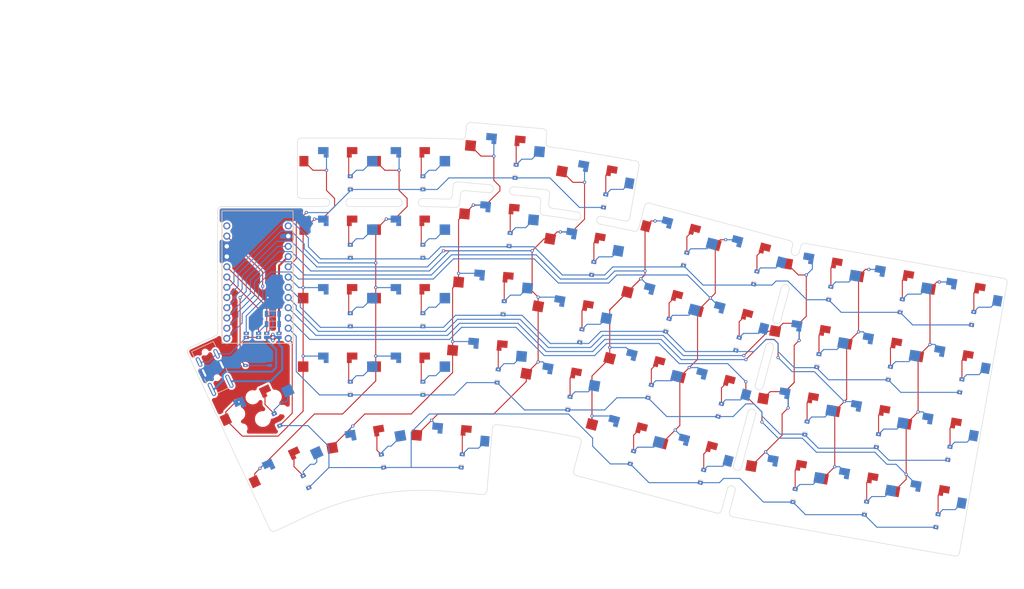
<source format=kicad_pcb>
(kicad_pcb (version 20221018) (generator pcbnew)
  (layers (0 "F.Cu" signal) (31 "B.Cu" signal) (34 "B.Paste" user) (35 "F.Paste" user) (36 "B.SilkS" user "B.Silkscreen") (37 "F.SilkS" user "F.Silkscreen") (38 "B.Mask" user) (39 "F.Mask" user) (44 "Edge.Cuts" user))
  (net 0 "")
  (net 1 "row0")
  (net 2 "row2")
  (net 3 "row3")
  (net 4 "row4")
  (net 5 "DATA")
  (net 6 "GND")
  (net 7 "Net-(J1-Pad3)")
  (net 8 "Net-(J1-Pad4)")
  (net 9 "VCC")
  (net 10 "SCL")
  (net 11 "SDA")
  (net 12 "col1")
  (net 13 "col2")
  (net 14 "col3")
  (net 15 "col4")
  (net 16 "col5")
  (net 17 "col6")
  (net 18 "col7")
  (net 19 "col8")
  (net 20 "col0")
  (net 21 "RESET")
  (net 24 "Net-(SW01-Pad3)")
  (net 25 "Net-(SW02-Pad3)")
  (net 26 "Net-(SW03-Pad3)")
  (net 27 "Net-(SW11-Pad3)")
  (net 28 "Net-(SW12-Pad3)")
  (net 29 "Net-(SW13-Pad3)")
  (net 30 "Net-(SW14-Pad3)")
  (net 31 "Net-(SW15-Pad3)")
  (net 32 "Net-(SW16-Pad3)")
  (net 33 "Net-(SW17-Pad3)")
  (net 34 "Net-(SW18-Pad3)")
  (net 35 "Net-(SW00-Pad3)")
  (net 36 "Net-(SW21-Pad3)")
  (net 37 "Net-(SW22-Pad3)")
  (net 38 "Net-(SW23-Pad3)")
  (net 39 "Net-(SW24-Pad3)")
  (net 40 "Net-(SW25-Pad3)")
  (net 41 "Net-(SW26-Pad3)")
  (net 42 "Net-(SW27-Pad3)")
  (net 43 "Net-(SW28-Pad3)")
  (net 44 "Net-(SW30-Pad3)")
  (net 45 "Net-(SW31-Pad3)")
  (net 46 "Net-(SW32-Pad3)")
  (net 47 "Net-(SW33-Pad3)")
  (net 48 "Net-(SW34-Pad3)")
  (net 49 "Net-(SW35-Pad3)")
  (net 50 "Net-(SW36-Pad3)")
  (net 51 "Net-(SW37-Pad3)")
  (net 52 "Net-(SW38-Pad3)")
  (net 53 "Net-(SW10-Pad3)")
  (net 54 "Net-(SW40-Pad3)")
  (net 55 "Net-(SW41-Pad3)")
  (net 56 "Net-(SW42-Pad3)")
  (net 57 "Net-(SW44-Pad3)")
  (net 58 "Net-(SW45-Pad3)")
  (net 59 "Net-(SW46-Pad3)")
  (net 60 "Net-(SW47-Pad3)")
  (net 61 "Net-(SW48-Pad3)")
  (net 62 "Net-(SW20-Pad3)")
  (net 63 "row1")
  (net 64 "Net-(J1-Pad1)")
  (net 65 "Net-(SW43-Pad3)")
  (footprint "keyboard:Key" (layer "F.Cu") (at 158.952725 77.092076 -15)
    (fp_text reference "SW24")
    (fp_text value "Key" hide)
  )
  (footprint "keyboard:Key" (layer "F.Cu") (at 207.890351 122.733643 -10)
    (fp_text reference "SW47")
    (fp_text value "Key" hide)
  )
  (footprint "keyboard:KeyLeft" (layer "F.Cu") (at 61.201051 102.753693 25)
    (fp_text reference "SW40")
    (fp_text value "Key" hide)
  )
  (footprint "keyboard:Key" (layer "F.Cu") (at 97.78 76.5)
    (fp_text reference "SW21")
    (fp_text value "Key" hide)
  )
  (footprint "keyboard:KeyRight" (layer "F.Cu") (at 228.568909 109.117579 -10)
    (fp_text reference "SW38")
    (fp_text value "Key" hide)
  )
  (footprint "keyboard:Key" (layer "F.Cu") (at 199.019868 69.382781 -10)
    (fp_text reference "SW16")
    (fp_text value "Key" hide)
  )
  (footprint "keyboard:RightPlate" (layer "F.Cu") (at 0 0)
    (fp_text reference "H1")
    (fp_text value "RightPlate")
  )
  (footprint "keyboard:Key" (layer "F.Cu") (at 210.84237 105.991911 -10)
    (fp_text reference "SW37")
    (fp_text value "Key" hide)
  )
  (footprint "keyboard:KeyRight" (layer "F.Cu") (at 176.33939 81.750818 -15)
    (fp_text reference "SW25")
    (fp_text value "Key" hide)
  )
  (footprint "keyboard:Key" (layer "F.Cu") (at 97.78 93.5)
    (fp_text reference "SW31")
    (fp_text value "Key" hide)
  )
  (footprint "keyboard:PJ-320A" (layer "F.Cu") (at 48.793057 90.223562 -65)
    (fp_text reference "J1")
    (fp_text value "TRRS" hide)
  )
  (footprint "keyboard:Key" (layer "F.Cu") (at 213.794389 89.25018 -10)
    (fp_text reference "SW27")
    (fp_text value "Key" hide)
  )
  (footprint "keyboard:Key" (layer "F.Cu") (at 79.78 93.5)
    (fp_text reference "SW30")
    (fp_text value "Key" hide)
  )
  (footprint "keyboard:Key" (layer "F.Cu") (at 120.931519 39.376522 -5)
    (fp_text reference "SW02")
    (fp_text value "Key" hide)
  )
  (footprint "keyboard:KeyRight" (layer "F.Cu") (at 167.539542 114.592296 -15)
    (fp_text reference "SW45")
    (fp_text value "Key" hide)
  )
  (footprint "keyboard:Jumper" (layer "F.Cu") (at 57.096 81.988 -90)
    (fp_text reference "JP1")
    (fp_text value "Jumper" hide)
  )
  (footprint "keyboard:Key" (layer "F.Cu") (at 116.486576 90.182451 -5)
    (fp_text reference "SW32")
    (fp_text value "Key" hide)
  )
  (footprint "keyboard:Key" (layer "F.Cu") (at 79.78 76.5)
    (fp_text reference "SW20")
    (fp_text value "Key" hide)
  )
  (footprint "keyboard:KeyRight" (layer "F.Cu") (at 107.567703 111.252057 -5)
    (fp_text reference "SW43")
    (fp_text value "Key" hide)
  )
  (footprint "keyboard:Key" (layer "F.Cu") (at 190.163811 119.607976 -10)
    (fp_text reference "SW46")
    (fp_text value "Key" hide)
  )
  (footprint "keyboard:KeyRight" (layer "F.Cu") (at 143.188928 46.472766 -10)
    (fp_text reference "SW03")
    (fp_text value "Key" hide)
  )
  (footprint "keyboard:KeyRight" (layer "F.Cu") (at 180.739314 65.330079 -15)
    (fp_text reference "SW15")
    (fp_text value "Key" hide)
  )
  (footprint "keyboard:Key" (layer "F.Cu") (at 87.521848 112.127278 10)
    (fp_text reference "SW42")
    (fp_text value "Key" hide)
  )
  (footprint "keyboard:KeyRight" (layer "F.Cu") (at 225.61689 125.85931 -10)
    (fp_text reference "SW48")
    (fp_text value "Key" hide)
  )
  (footprint "keyboard:Key" (layer "F.Cu") (at 216.746408 72.508448 -10)
    (fp_text reference "SW17")
    (fp_text value "Key" hide)
  )
  (footprint "keyboard:Key" (layer "F.Cu") (at 193.11583 102.866244 -10)
    (fp_text reference "SW36")
    (fp_text value "Key" hide)
  )
  (footprint "keyboard:KeyLeft" (layer "F.Cu") (at 79.78 42.5)
    (fp_text reference "SW00")
    (fp_text value "Key" hide)
  )
  (footprint "keyboard:KeyRight" (layer "F.Cu") (at 171.939466 98.171557 -15)
    (fp_text reference "SW35")
    (fp_text value "Key" hide)
  )
  (footprint "keyboard:KeyLeft" (layer "F.Cu") (at 79.78 59.5)
    (fp_text reference "SW10")
    (fp_text value "Key" hide)
  )
  (footprint "keyboard:Key" (layer "F.Cu") (at 117.968224 73.247142 -5)
    (fp_text reference "SW22")
    (fp_text value "Key" hide)
  )
  (footprint "keyboard:Key" (layer "F.Cu") (at 134.332871 96.697962 -10)
    (fp_text reference "SW33")
    (fp_text value "Key" hide)
  )
  (footprint "keyboard:Key" (layer "F.Cu") (at 150.152878 109.933554 -15)
    (fp_text reference "SW44")
    (fp_text value "Key" hide)
  )
  (footprint "keyboard:JumperSplit" (layer "F.Cu") (at 62.176 81.988 -90)
    (fp_text reference "JP4")
    (fp_text value "JumperSplit" hide)
  )
  (footprint "keyboard:ProMicro" (layer "F.Cu") (at 59.89 68.78 -90)
    (fp_text reference "U1")
    (fp_text value "ProMicro" hide)
  )
  (footprint "keyboard:KeyRight" (layer "F.Cu") (at 231.520928 92.375847 -10)
    (fp_text reference "SW28")
    (fp_text value "Key" hide)
  )
  (footprint "keyboard:Key" (layer "F.Cu") (at 97.78 42.5)
    (fp_text reference "SW01")
    (fp_text value "Key" hide)
  )
  (footprint "keyboard:Key" (layer "F.Cu") (at 154.552801 93.512815 -15)
    (fp_text reference "SW34")
    (fp_text value "Key" hide)
  )
  (footprint "keyboard:Key" (layer "F.Cu") (at 119.449871 56.311832 -5)
    (fp_text reference "SW12")
    (fp_text value "Key" hide)
  )
  (footprint "keyboard:Key" (layer "F.Cu") (at 137.28489 79.95623 -10)
    (fp_text reference "SW23")
    (fp_text value "Key" hide)
  )
  (footprint "keyboard:KeyLeft" (layer "F.Cu") (at 163.352649 60.671336 -15)
    (fp_text reference "SW14")
    (fp_text value "Key" hide)
  )
  (footprint "keyboard:Key" (layer "F.Cu") (at 196.067849 86.124512 -10)
    (fp_text reference "SW26")
    (fp_text value "Key" hide)
  )
  (footprint "keyboard:Key" (layer "F.Cu") (at 97.78 59.5)
    (fp_text reference "SW11")
    (fp_text value "Key" hide)
  )
  (footprint "keyboard:JumperSplit" (layer "F.Cu") (at 65.224 81.988 -90)
    (fp_text reference "JP3")
    (fp_text value "JumperSplit" hide)
  )
  (footprint "keyboard:Jumper" (layer "F.Cu") (at 60.144 81.988 -90)
    (fp_text reference "JP2")
    (fp_text value "Jumper" hide)
  )
  (footprint "keyboard:KeyLeft" (layer "F.Cu") (at 68.385562 118.160925 25)
    (fp_text reference "SW41")
    (fp_text value "Key" hide)
  )
  (footprint "keyboard:KeyRight" (layer "F.Cu") (at 234.472947 75.634115 -10)
    (fp_text reference "SW18")
    (fp_text value "Key" hide)
  )
  (footprint "keyboard:Key" (layer "F.Cu") (at 140.236909 63.214498 -10)
    (fp_text reference "SW13")
    (fp_text value "Key" hide)
  )
  (footprint "keyboard:PTS526" (layer "B.Cu") (at 59.89 87.62)
    (fp_text reference "SW_RST1")
    (fp_text value "PTS526" hide)
  )
  (footprint "keyboard:SDR18" (layer "B.Cu") (at 63.7 76.654)
    (fp_text reference "R1" hide)
    (fp_text value "R" hide)
  )
  (footprint "keyboard:SDR18" (layer "B.Cu") (at 63.7 79.194)
    (fp_text reference "R2" hide)
    (fp_text value "R" hide)
  )
  (gr_line (start 50 51) (end 50 81.189702) (stroke (width 0.12)) (layer "Edge.Cuts"))
  (gr_line (start 185.933943 84.58049) (end 183.345753 94.239748) (stroke (width 0.12)) (layer "Edge.Cuts"))
  (gr_arc (start 139.000764 116.780478) (mid 138.393558 116.314552) (end 138.293657 115.555733) (stroke (width 0.12)) (layer "Edge.Cuts"))
  (gr_line (start 76.78 48) (end 70.78 48) (stroke (width 0.12)) (layer "Edge.Cuts"))
  (gr_line (start 123.440746 45.11706) (end 131.410304 45.814306) (stroke (width 0.12)) (layer "Edge.Cuts"))
  (gr_line (start 130.152642 48.715734) (end 129.945938 51.07837) (stroke (width 0.12)) (layer "Edge.Cuts"))
  (gr_arc (start 119.250898 104.150057) (mid 129.366326 105.49735) (end 139.400337 107.356302) (stroke (width 0.12)) (layer "Edge.Cuts"))
  (gr_line (start 232.830502 136.777818) (end 179.650884 127.400816) (stroke (width 0.12)) (layer "Edge.Cuts"))
  (gr_arc (start 100.768166 50.017579) (mid 104.875885 50.099138) (end 108.981748 50.247128) (stroke (width 0.12)) (layer "Edge.Cuts"))
  (gr_arc (start 185.277605 94.757387) (mid 184.052854 95.464517) (end 183.345753 94.239748) (stroke (width 0.12)) (layer "Edge.Cuts"))
  (gr_arc (start 194.62096 59.887508) (mid 195.049586 59.302936) (end 195.760534 59.161519) (stroke (width 0.12)) (layer "Edge.Cuts"))
  (gr_line (start 118.147883 105.05718) (end 116.788826 120.591269) (stroke (width 0.12)) (layer "Edge.Cuts"))
  (gr_line (start 117.463578 44.594125) (end 109.494021 43.896879) (stroke (width 0.12)) (layer "Edge.Cuts"))
  (gr_arc (start 116.788826 120.591269) (mid 116.435419 121.270158) (end 115.705476 121.500308) (stroke (width 0.12)) (layer "Edge.Cuts"))
  (gr_line (start 132.104654 49.351579) (end 132.319343 46.897656) (stroke (width 0.12)) (layer "Edge.Cuts"))
  (gr_arc (start 69.78 34) (mid 70.072893 33.292893) (end 70.78 33) (stroke (width 0.12)) (layer "Edge.Cuts"))
  (gr_arc (start 132.963412 50.429249) (mid 132.318785 50.061938) (end 132.104654 49.351579) (stroke (width 0.12)) (layer "Edge.Cuts"))
  (gr_arc (start 117.463578 44.594125) (mid 118.372618 45.677475) (end 117.289267 46.586515) (stroke (width 0.12)) (layer "Edge.Cuts"))
  (gr_arc (start 118.147883 105.05718) (mid 118.508889 104.371979) (end 119.250898 104.150059) (stroke (width 0.12)) (layer "Edge.Cuts"))
  (gr_line (start 174.998839 125.390856) (end 176.422345 120.078257) (stroke (width 0.12)) (layer "Edge.Cuts"))
  (gr_arc (start 194.206862 61.432946) (mid 192.982116 62.140052) (end 192.27501 60.915306) (stroke (width 0.12)) (layer "Edge.Cuts"))
  (gr_arc (start 82.78 50) (mid 81.78 49) (end 82.78 48) (stroke (width 0.12)) (layer "Edge.Cuts"))
  (gr_line (start 194.206862 61.432946) (end 194.62096 59.887508) (stroke (width 0.12)) (layer "Edge.Cuts"))
  (gr_arc (start 244.985875 67.841276) (mid 245.631378 68.252507) (end 245.797034 68.999731) (stroke (width 0.12)) (layer "Edge.Cuts"))
  (gr_line (start 245.797034 68.999731) (end 233.988958 135.966658) (stroke (width 0.12)) (layer "Edge.Cuts"))
  (gr_arc (start 108.195979 47.259845) (mid 107.861747 47.922225) (end 107.163132 48.172016) (stroke (width 0.12)) (layer "Edge.Cuts"))
  (gr_arc (start 154.410069 55.408466) (mid 153.962105 56.005051) (end 153.225852 56.125531) (stroke (width 0.12)) (layer "Edge.Cuts"))
  (gr_line (start 185.277605 94.757387) (end 187.865798 85.098116) (stroke (width 0.12)) (layer "Edge.Cuts"))
  (gr_line (start 82.78 48) (end 94.78 48) (stroke (width 0.12)) (layer "Edge.Cuts"))
  (gr_arc (start 189.816228 70.091607) (mid 191.040972 69.384496) (end 191.748081 70.609241) (stroke (width 0.12)) (layer "Edge.Cuts"))
  (gr_arc (start 130.812085 52.157034) (mid 130.162399 51.791638) (end 129.945938 51.07837) (stroke (width 0.12)) (layer "Edge.Cuts"))
  (gr_arc (start 94.78 48) (mid 95.78 49) (end 94.78 50) (stroke (width 0.12)) (layer "Edge.Cuts"))
  (gr_line (start 72.400435 126.770849) (end 64.243674 130.574409) (stroke (width 0.12)) (layer "Edge.Cuts"))
  (gr_arc (start 50 51) (mid 50.292893 50.292893) (end 51 50) (stroke (width 0.12)) (layer "Edge.Cuts"))
  (gr_arc (start 179.90711 114.800347) (mid 178.682364 115.507447) (end 177.97526 114.282702) (stroke (width 0.12)) (layer "Edge.Cuts"))
  (gr_arc (start 185.933997 84.580504) (mid 187.158706 83.8734) (end 187.865798 85.098116) (stroke (width 0.12)) (layer "Edge.Cuts"))
  (gr_line (start 94.78 50) (end 82.78 50) (stroke (width 0.12)) (layer "Edge.Cuts"))
  (gr_arc (start 132.297714 35.207282) (mid 138.579326 36.088798) (end 144.838586 37.117094) (stroke (width 0.12)) (layer "Edge.Cuts"))
  (gr_arc (start 139.264794 51.383672) (mid 140.089527 52.532505) (end 138.940694 53.357238) (stroke (width 0.12)) (layer "Edge.Cuts"))
  (gr_line (start 173.774094 126.097963) (end 139.000764 116.780478) (stroke (width 0.12)) (layer "Edge.Cuts"))
  (gr_arc (start 110.022044 49.335256) (mid 109.685014 50.000099) (end 108.981748 50.247126) (stroke (width 0.12)) (layer "Edge.Cuts"))
  (gr_line (start 51 50) (end 76.78 50) (stroke (width 0.12)) (layer "Edge.Cuts"))
  (gr_line (start 115.705476 121.500308) (end 106.739743 120.715908) (stroke (width 0.12)) (layer "Edge.Cuts"))
  (gr_arc (start 153.701856 38.679926) (mid 154.34736 39.091158) (end 154.513015 39.838382) (stroke (width 0.12)) (layer "Edge.Cuts"))
  (gr_arc (start 100.791695 48.017716) (mid 103.977894 48.075038) (end 107.163132 48.172017) (stroke (width 0.12)) (layer "Edge.Cuts"))
  (gr_arc (start 233.988958 135.966658) (mid 233.577727 136.612162) (end 232.830502 136.777817) (stroke (width 0.12)) (layer "Edge.Cuts"))
  (gr_arc (start 131.410304 45.814306) (mid 132.089192 46.167713) (end 132.319342 46.897656) (stroke (width 0.12)) (layer "Edge.Cuts"))
  (gr_arc (start 145.196779 52.429642) (mid 148.136662 53.00159) (end 151.069653 53.607892) (stroke (width 0.12)) (layer "Edge.Cuts"))
  (gr_line (start 176.961168 125.794759) (end 178.354197 120.595896) (stroke (width 0.12)) (layer "Edge.Cuts"))
  (gr_arc (start 176.422345 120.078257) (mid 177.647091 119.371151) (end 178.354197 120.595896) (stroke (width 0.12)) (layer "Edge.Cuts"))
  (gr_arc (start 139.400337 107.356302) (mid 140.045685 107.811762) (end 140.159196 108.593448) (stroke (width 0.12)) (layer "Edge.Cuts"))
  (gr_arc (start 111.504986 32.385154) (mid 111.16694 33.050886) (end 110.461994 33.296902) (stroke (width 0.12)) (layer "Edge.Cuts"))
  (gr_arc (start 123.266435 47.109449) (mid 122.357397 46.026099) (end 123.440746 45.117061) (stroke (width 0.12)) (layer "Edge.Cuts"))
  (gr_arc (start 108.41067 44.805918) (mid 108.764077 44.12703) (end 109.494021 43.896879) (stroke (width 0.12)) (layer "Edge.Cuts"))
  (gr_arc (start 189.677529 78.336648) (mid 188.452784 79.043755) (end 187.745677 77.819009) (stroke (width 0.12)) (layer "Edge.Cuts"))
  (gr_arc (start 144.826335 54.395034) (mid 144.028861 53.227116) (end 145.196779 52.429642) (stroke (width 0.12)) (layer "Edge.Cuts"))
  (gr_arc (start 179.650884 127.400815) (mid 178.686906 127.223771) (end 177.72554 127.033053) (stroke (width 0.12)) (layer "Edge.Cuts"))
  (gr_arc (start 72.400435 126.770849) (mid 89.171515 121.482952) (end 106.739743 120.715908) (stroke (width 0.12)) (layer "Edge.Cuts"))
  (gr_arc (start 110.228748 46.972619) (mid 110.582155 46.29373) (end 111.312099 46.06358) (stroke (width 0.12)) (layer "Edge.Cuts"))
  (gr_line (start 97.78 33) (end 70.78 33) (stroke (width 0.12)) (layer "Edge.Cuts"))
  (gr_line (start 191.891427 58.483155) (end 157.118097 49.16567) (stroke (width 0.12)) (layer "Edge.Cuts"))
  (gr_arc (start 174.998839 125.390856) (mid 174.532913 125.998062) (end 173.774094 126.097963) (stroke (width 0.12)) (layer "Edge.Cuts"))
  (gr_line (start 129.243603 47.632384) (end 123.266435 47.109449) (stroke (width 0.12)) (layer "Edge.Cuts"))
  (gr_arc (start 50 81.189702) (mid 49.843391 81.727002) (end 49.422618 82.09601) (stroke (width 0.12)) (layer "Edge.Cuts"))
  (gr_arc (start 181.53402 101.001229) (mid 182.758765 100.294122) (end 183.465872 101.518867) (stroke (width 0.12)) (layer "Edge.Cuts"))
  (gr_line (start 152.228109 52.796731) (end 154.513015 39.838382) (stroke (width 0.12)) (layer "Edge.Cuts"))
  (gr_line (start 110.228748 46.972619) (end 110.022044 49.335256) (stroke (width 0.12)) (layer "Edge.Cuts"))
  (gr_arc (start 130.725251 30.697074) (mid 131.40414 31.050481) (end 131.63429 31.780424) (stroke (width 0.12)) (layer "Edge.Cuts"))
  (gr_line (start 244.985875 67.841275) (end 195.760534 59.161519) (stroke (width 0.12)) (layer "Edge.Cuts"))
  (gr_line (start 108.195979 47.259845) (end 108.41067 44.805918) (stroke (width 0.12)) (layer "Edge.Cuts"))
  (gr_arc (start 42.544539 86.406689) (mid 42.511154 85.64205) (end 43.028229 85.077762) (stroke (width 0.12)) (layer "Edge.Cuts"))
  (gr_line (start 179.907109 114.800347) (end 183.465871 101.518867) (stroke (width 0.12)) (layer "Edge.Cuts"))
  (gr_arc (start 70.78 48) (mid 70.072893 47.707107) (end 69.78 47) (stroke (width 0.12)) (layer "Edge.Cuts"))
  (gr_line (start 111.710396 30.037309) (end 111.504986 32.385154) (stroke (width 0.12)) (layer "Edge.Cuts"))
  (gr_arc (start 76.78 48) (mid 77.78 49) (end 76.78 50) (stroke (width 0.12)) (layer "Edge.Cuts"))
  (gr_line (start 138.293657 115.555733) (end 140.159196 108.593448) (stroke (width 0.12)) (layer "Edge.Cuts"))
  (gr_line (start 155.893352 49.872776) (end 154.410069 55.408466) (stroke (width 0.12)) (layer "Edge.Cuts"))
  (gr_line (start 43.028229 85.077763) (end 49.422618 82.09601) (stroke (width 0.12)) (layer "Edge.Cuts"))
  (gr_arc (start 177.72554 127.033053) (mid 177.076155 126.578842) (end 176.961168 125.794759) (stroke (width 0.12)) (layer "Edge.Cuts"))
  (gr_arc (start 97.78 33) (mid 104.122734 33.074236) (end 110.461994 33.296903) (stroke (width 0.12)) (layer "Edge.Cuts"))
  (gr_arc (start 132.963412 50.429249) (mid 136.117073 50.88685) (end 139.264794 51.383672) (stroke (width 0.12)) (layer "Edge.Cuts"))
  (gr_arc (start 64.243674 130.57441) (mid 63.479031 130.6078) (end 62.914739 130.090724) (stroke (width 0.12)) (layer "Edge.Cuts"))
  (gr_line (start 187.745677 77.819009) (end 189.816228 70.091607) (stroke (width 0.12)) (layer "Edge.Cuts"))
  (gr_arc (start 129.243603 47.632384) (mid 129.922491 47.985791) (end 130.152641 48.715734) (stroke (width 0.12)) (layer "Edge.Cuts"))
  (gr_line (start 153.701856 38.679926) (end 144.838586 37.117093) (stroke (width 0.12)) (layer "Edge.Cuts"))
  (gr_line (start 112.793746 29.12827) (end 130.725251 30.697074) (stroke (width 0.12)) (layer "Edge.Cuts"))
  (gr_arc (start 130.812085 52.157035) (mid 134.881269 52.724269) (end 138.940745 53.357247) (stroke (width 0.12)) (layer "Edge.Cuts"))
  (gr_line (start 192.598534 59.7079) (end 192.27501 60.915306) (stroke (width 0.12)) (layer "Edge.Cuts"))
  (gr_line (start 111.312099 46.06358) (end 117.289267 46.586515) (stroke (width 0.12)) (layer "Edge.Cuts"))
  (gr_arc (start 111.710396 30.037309) (mid 112.063803 29.35842) (end 112.793746 29.12827) (stroke (width 0.12)) (layer "Edge.Cuts"))
  (gr_line (start 131.63429 31.780424) (end 131.42888 34.128269) (stroke (width 0.12)) (layer "Edge.Cuts"))
  (gr_arc (start 132.297714 35.20728) (mid 131.646191 34.842591) (end 131.428881 34.128269) (stroke (width 0.12)) (layer "Edge.Cuts"))
  (gr_arc (start 152.228109 52.796731) (mid 151.816878 53.442235) (end 151.069653 53.607891) (stroke (width 0.12)) (layer "Edge.Cuts"))
  (gr_line (start 69.78 34) (end 69.78 47) (stroke (width 0.12)) (layer "Edge.Cuts"))
  (gr_arc (start 100.768166 50.017578) (mid 99.78 49.005882) (end 100.791695 48.017716) (stroke (width 0.12)) (layer "Edge.Cuts"))
  (gr_arc (start 191.891427 58.483155) (mid 192.498633 58.949081) (end 192.598534 59.7079) (stroke (width 0.12)) (layer "Edge.Cuts"))
  (gr_line (start 181.53402 101.001229) (end 177.97526 114.282702) (stroke (width 0.12)) (layer "Edge.Cuts"))
  (gr_line (start 191.748081 70.609241) (end 189.677529 78.336648) (stroke (width 0.12)) (layer "Edge.Cuts"))
  (gr_arc (start 155.893352 49.872776) (mid 156.359278 49.26557) (end 157.118097 49.16567) (stroke (width 0.12)) (layer "Edge.Cuts"))
  (gr_arc (start 144.826335 54.395034) (mid 149.033398 55.22483) (end 153.225852 56.125531) (stroke (width 0.12)) (layer "Edge.Cuts"))
  (gr_line (start 62.914739 130.090724) (end 42.544539 86.406689) (stroke (width 0.12)) (layer "Edge.Cuts"))
  (segment (start 69.5 54) (end 69.5 62.98) (width 0.25) (layer "F.Cu") (net 1))
  (segment (start 72 51.5) (end 69.5 54) (width 0.25) (layer "F.Cu") (net 1))
  (segment (start 69.5 62.98) (end 67.51 64.97) (width 0.25) (layer "F.Cu") (net 1))
  (via (at 72 51.5) (size 0.8) (drill 0.4) (layers "F.Cu" "B.Cu") (net 1))
  (segment (start 100.905 45.77) (end 104.476797 45.77) (width 0.25) (layer "B.Cu") (net 1))
  (segment (start 100.905 45.77) (end 82.905 45.77) (width 0.25) (layer "B.Cu") (net 1))
  (segment (start 145.698623 50.235738) (end 139.735738 50.235738) (width 0.25) (layer "B.Cu") (net 1))
  (segment (start 77.5 51.5) (end 82.905 46.095) (width 0.25) (layer "B.Cu") (net 1))
  (segment (start 82.905 46.095) (end 82.905 45.77) (width 0.25) (layer "B.Cu") (net 1))
  (segment (start 132.40644 42.90644) (end 123.759628 42.90644) (width 0.25) (layer "B.Cu") (net 1))
  (segment (start 104.476797 45.77) (end 107.340357 42.90644) (width 0.25) (layer "B.Cu") (net 1))
  (segment (start 107.340357 42.90644) (end 123.759628 42.90644) (width 0.25) (layer "B.Cu") (net 1))
  (segment (start 139.735738 50.235738) (end 132.40644 42.90644) (width 0.25) (layer "B.Cu") (net 1))
  (segment (start 72 51.5) (end 77.5 51.5) (width 0.25) (layer "B.Cu") (net 1))
  (segment (start 125.5 77) (end 121.019273 77) (width 0.25) (layer "B.Cu") (net 2))
  (segment (start 183 86) (end 186 83) (width 0.25) (layer "B.Cu") (net 2))
  (segment (start 198.465028 90) (end 198.577544 89.887484) (width 0.25) (layer "B.Cu") (net 2))
  (segment (start 193 90) (end 198.465028 90) (width 0.25) (layer "B.Cu") (net 2))
  (segment (start 120.796333 76.77706) (end 120.573393 77) (width 0.25) (layer "B.Cu") (net 2))
  (segment (start 178.51157 85.718205) (end 178.793365 86) (width 0.25) (layer "B.Cu") (net 2))
  (segment (start 100.905 79.77) (end 100.675 80) (width 0.25) (layer "B.Cu") (net 2))
  (segment (start 189 86) (end 193 90) (width 0.25) (layer "B.Cu") (net 2))
  (segment (start 161.124905 81.124905) (end 161.124905 81.059463) (width 0.25) (layer "B.Cu") (net 2))
  (segment (start 139.794585 83.719202) (end 139.513787 84) (width 0.25) (layer "B.Cu") (net 2))
  (segment (start 82.675 80) (end 82.905 79.77) (width 0.25) (layer "B.Cu") (net 2))
  (segment (start 83.135 80) (end 82.905 79.77) (width 0.25) (layer "B.Cu") (net 2))
  (segment (start 121.019273 77) (end 120.796333 76.77706) (width 0.25) (layer "B.Cu") (net 2))
  (segment (start 178.793365 86) (end 183 86) (width 0.25) (layer "B.Cu") (net 2))
  (segment (start 189 84) (end 189 86) (width 0.25) (layer "B.Cu") (net 2))
  (segment (start 106 80) (end 101.135 80) (width 0.25) (layer "B.Cu") (net 2))
  (segment (start 178.229775 86) (end 166 86) (width 0.25) (layer "B.Cu") (net 2))
  (segment (start 142.050431 84) (end 145.050431 81) (width 0.25) (layer "B.Cu") (net 2))
  (segment (start 145.050431 81) (end 161.065442 81) (width 0.25) (layer "B.Cu") (net 2))
  (segment (start 139.513787 84) (end 132.5 84) (width 0.25) (layer "B.Cu") (net 2))
  (segment (start 161.065442 81) (end 161.124905 81.059463) (width 0.25) (layer "B.Cu") (net 2))
  (segment (start 109 77) (end 106 80) (width 0.25) (layer "B.Cu") (net 2))
  (segment (start 132.5 84) (end 125.5 77) (width 0.25) (layer "B.Cu") (net 2))
  (segment (start 70.5 73.04) (end 70.5 75) (width 0.25) (layer "B.Cu") (net 2))
  (segment (start 75.5 80) (end 82.675 80) (width 0.25) (layer "B.Cu") (net 2))
  (segment (start 188 83) (end 189 84) (width 0.25) (layer "B.Cu") (net 2))
  (segment (start 234.030623 96.138819) (end 219.429751 96.138819) (width 0.25) (layer "B.Cu") (net 2))
  (segment (start 67.51 70.05) (end 70.5 73.04) (width 0.25) (layer "B.Cu") (net 2))
  (segment (start 178.51157 85.718205) (end 178.229775 86) (width 0.25) (layer "B.Cu") (net 2))
  (segment (start 139.794585 83.719202) (end 140.075383 84) (width 0.25) (layer "B.Cu") (net 2))
  (segment (start 140.075383 84) (end 142.050431 84) (width 0.25) (layer "B.Cu") (net 2))
  (segment (start 70.5 75) (end 75.5 80) (width 0.25) (layer "B.Cu") (net 2))
  (segment (start 166 86) (end 161.124905 81.124905) (width 0.25) (layer "B.Cu") (net 2))
  (segment (start 120.573393 77) (end 109 77) (width 0.25) (layer "B.Cu") (net 2))
  (segment (start 198.577544 90.077544) (end 198.577544 89.887484) (width 0.25) (layer "B.Cu") (net 2))
  (segment (start 100.675 80) (end 83.135 80) (width 0.25) (layer "B.Cu") (net 2))
  (segment (start 201.513152 93.013152) (end 198.577544 90.077544) (width 0.25) (layer "B.Cu") (net 2))
  (segment (start 101.135 80) (end 100.905 79.77) (width 0.25) (layer "B.Cu") (net 2))
  (segment (start 219.429751 96.138819) (end 216.304084 93.013152) (width 0.25) (layer "B.Cu") (net 2))
  (segment (start 216.304084 93.013152) (end 201.513152 93.013152) (width 0.25) (layer "B.Cu") (net 2))
  (segment (start 186 83) (end 188 83) (width 0.25) (layer "B.Cu") (net 2))
  (segment (start 195.496309 106.5) (end 195.625525 106.629216) (width 0.25) (layer "B.Cu") (net 3))
  (segment (start 213.352065 109.754883) (end 213.106948 110) (width 0.25) (layer "B.Cu") (net 3))
  (segment (start 119.314685 93.712369) (end 126.102316 100.5) (width 0.25) (layer "B.Cu") (net 3))
  (segment (start 69.5 82.2) (end 67.51 80.21) (width 0.25) (layer "B.Cu") (net 3))
  (segment (start 108.73 96.77) (end 111.787631 93.712369) (width 0.25) (layer "B.Cu") (net 3))
  (segment (start 149.019798 97.480202) (end 146 100.5) (width 0.25) (layer "B.Cu") (net 3))
  (segment (start 185 101) (end 185 102) (width 0.25) (layer "B.Cu") (net 3))
  (segment (start 181 99) (end 183 99) (width 0.25) (layer "B.Cu") (net 3))
  (segment (start 75.27 96.77) (end 69.5 91) (width 0.25) (layer "B.Cu") (net 3))
  (segment (start 126.102316 100.5) (end 136.8035 100.5) (width 0.25) (layer "B.Cu") (net 3))
  (segment (start 174.111646 102.138944) (end 177.861056 102.138944) (width 0.25) (layer "B.Cu") (net 3))
  (segment (start 216.5 113) (end 213.352065 109.852065) (width 0.25) (layer "B.Cu") (net 3))
  (segment (start 82.905 96.77) (end 100.905 96.77) (width 0.25) (layer "B.Cu") (net 3))
  (segment (start 213.352065 109.852065) (end 213.352065 109.754883) (width 0.25) (layer "B.Cu") (net 3))
  (segment (start 69.5 91) (end 69.5 82.2) (width 0.25) (layer "B.Cu") (net 3))
  (segment (start 146 100.5) (end 136.881632 100.5) (width 0.25) (layer "B.Cu") (net 3))
  (segment (start 230.959155 113) (end 216.5 113) (width 0.25) (layer "B.Cu") (net 3))
  (segment (start 198.996309 110) (end 195.625525 106.629216) (width 0.25) (layer "B.Cu") (net 3))
  (segment (start 183 99) (end 185 101) (width 0.25) (layer "B.Cu") (net 3))
  (segment (start 156.724981 97.480202) (end 149.019798 97.480202) (width 0.25) (layer "B.Cu") (net 3))
  (segment (start 111.787631 93.712369) (end 119.314685 93.712369) (width 0.25) (layer "B.Cu") (net 3))
  (segment (start 189.5 106.5) (end 195.496309 106.5) (width 0.25) (layer "B.Cu") (net 3))
  (segment (start 136.8035 100.5) (end 136.842566 100.460934) (width 0.25) (layer "B.Cu") (net 3))
  (segment (start 100.905 96.77) (end 108.73 96.77) (width 0.25) (layer "B.Cu") (net 3))
  (segment (start 185 102) (end 189.5 106.5) (width 0.25) (layer "B.Cu") (net 3))
  (segment (start 177.861056 102.138944) (end 181 99) (width 0.25) (layer "B.Cu") (net 3))
  (segment (start 213.106948 110) (end 198.996309 110) (width 0.25) (layer "B.Cu") (net 3))
  (segment (start 136.881632 100.5) (end 136.842566 100.460934) (width 0.25) (layer "B.Cu") (net 3))
  (segment (start 161.383723 102.138944) (end 174.111646 102.138944) (width 0.25) (layer "B.Cu") (net 3))
  (segment (start 231.078604 112.880551) (end 230.959155 113) (width 0.25) (layer "B.Cu") (net 3))
  (segment (start 82.905 96.77) (end 75.27 96.77) (width 0.25) (layer "B.Cu") (net 3))
  (segment (start 156.724981 97.480202) (end 161.383723 102.138944) (width 0.25) (layer "B.Cu") (net 3))
  (segment (start 68.5 101.311862) (end 68.5 83.74) (width 0.25) (layer "F.Cu") (net 4))
  (segment (start 65.415225 104.396637) (end 68.5 101.311862) (width 0.25) (layer "F.Cu") (net 4))
  (segment (start 68.5 83.74) (end 67.51 82.75) (width 0.25) (layer "F.Cu") (net 4))
  (segment (start 137 101.5) (end 102.5 101.5) (width 0.25) (layer "B.Cu") (net 4))
  (segment (start 213.525713 129.622282) (end 228.126585 129.622282) (width 0.25) (layer "B.Cu") (net 4))
  (segment (start 152.325058 113.900941) (end 147.400941 113.900941) (width 0.25) (layer "B.Cu") (net 4))
  (segment (start 156.9838 118.559683) (end 169.711722 118.559683) (width 0.25) (layer "B.Cu") (net 4))
  (segment (start 77.598656 109.598656) (end 77.598656 114.804949) (width 0.25) (layer "B.Cu") (net 4))
  (segment (start 192.673506 123.370948) (end 195.799173 126.496615) (width 0.25) (layer "B.Cu") (net 4))
  (segment (start 195.799173 126.496615) (end 210.400046 126.496615) (width 0.25) (layer "B.Cu") (net 4))
  (segment (start 152.325058 113.900941) (end 156.9838 118.559683) (width 0.25) (layer "B.Cu") (net 4))
  (segment (start 210.400046 126.496615) (end 213.525713 129.622282) (width 0.25) (layer "B.Cu") (net 4))
  (segment (start 98 106) (end 98 114.781975) (width 0.25) (layer "B.Cu") (net 4))
  (segment (start 174.440317 118.559683) (end 175.5 117.5) (width 0.25) (layer "B.Cu") (net 4))
  (segment (start 175.5 117.5) (end 179.5 117.5) (width 0.25) (layer "B.Cu") (net 4))
  (segment (start 147.400941 113.900941) (end 143 109.5) (width 0.25) (layer "B.Cu") (net 4))
  (segment (start 102.5 101.5) (end 98 106) (width 0.25) (layer "B.Cu") (net 4))
  (segment (start 169.711722 118.559683) (end 174.440317 118.559683) (width 0.25) (layer "B.Cu") (net 4))
  (segment (start 77.598656 114.804949) (end 72.599736 119.803869) (width 0.25) (layer "B.Cu") (net 4))
  (segment (start 185.370948 123.370948) (end 192.673506 123.370948) (width 0.25) (layer "B.Cu") (net 4))
  (segment (start 143 107.5) (end 137 101.5) (width 0.25) (layer "B.Cu") (net 4))
  (segment (start 110.395812 114.781975) (end 98 114.781975) (width 0.25) (layer "B.Cu") (net 4))
  (segment (start 179.5 117.5) (end 185.370948 123.370948) (width 0.25) (layer "B.Cu") (net 4))
  (segment (start 72.396637 104.396637) (end 77.598656 109.598656) (width 0.25) (layer "B.Cu") (net 4))
  (segment (start 91.167202 114.804949) (end 77.598656 114.804949) (width 0.25) (layer "B.Cu") (net 4))
  (segment (start 91.190176 114.781975) (end 91.167202 114.804949) (width 0.25) (layer "B.Cu") (net 4))
  (segment (start 98 114.781975) (end 91.190176 114.781975) (width 0.25) (layer "B.Cu") (net 4))
  (segment (start 65.415225 104.396637) (end 72.396637 104.396637) (width 0.25) (layer "B.Cu") (net 4))
  (segment (start 143 109.5) (end 143 107.5) (width 0.25) (layer "B.Cu") (net 4))
  (segment (start 61.16 69.796) (end 61.16 66.24) (width 0.25) (layer "F.Cu") (net 5))
  (segment (start 61.16 66.24) (end 52.27 57.35) (width 0.25) (layer "F.Cu") (net 5))
  (via (at 61.16 69.796) (size 0.8) (drill 0.4) (layers "F.Cu" "B.Cu") (net 5))
  (segment (start 61.16 73.098) (end 57.096 77.162) (width 0.25) (layer "B.Cu") (net 5))
  (segment (start 57.096 77.162) (end 57.096 81.48) (width 0.25) (layer "B.Cu") (net 5))
  (segment (start 61.16 69.796) (end 61.16 73.098) (width 0.25) (layer "B.Cu") (net 5))
  (segment (start 62.43 72.59) (end 52.27 62.43) (width 0.5) (layer "F.Cu") (net 6))
  (segment (start 62.43 72.59) (end 62.43 62.43) (width 0.5) (layer "F.Cu") (net 6))
  (segment (start 52.27 62.43) (end 52.27 59.89) (width 0.5) (layer "F.Cu") (net 6))
  (segment (start 62.43 62.43) (end 67.51 57.35) (width 0.5) (layer "F.Cu") (net 6))
  (via (at 62.43 72.59) (size 0.8) (drill 0.4) (layers "F.Cu" "B.Cu") (net 6))
  (segment (start 58.62 77.416) (end 58.62 84.04) (width 0.5) (layer "B.Cu") (net 6))
  (segment (start 62.43 72.59) (end 62.43 73.606) (width 0.5) (layer "B.Cu") (net 6))
  (segment (start 53.360091 89.299909) (end 51.010458 89.299909) (width 0.5) (layer "B.Cu") (net 6))
  (segment (start 62.89 85.77) (end 56.89 85.77) (width 0.5) (layer "B.Cu") (net 6))
  (segment (start 58.62 84.04) (end 53.360091 89.299909) (width 0.5) (layer "B.Cu") (net 6))
  (segment (start 62.43 73.606) (end 58.62 77.416) (width 0.5) (layer "B.Cu") (net 6))
  (segment (start 51.010458 89.299909) (end 48.688748 89.299909) (width 0.5) (layer "B.Cu") (net 6))
  (segment (start 48.688748 89.299909) (end 46.66018 91.328477) (width 0.5) (layer "B.Cu") (net 6))
  (segment (start 64.462 82.496) (end 65.224 82.496) (width 0.5) (layer "F.Cu") (net 7))
  (segment (start 63.7 83.258) (end 64.462 82.496) (width 0.5) (layer "F.Cu") (net 7))
  (via (at 63.7 83.258) (size 0.8) (drill 0.4) (layers "F.Cu" "B.Cu") (net 7))
  (segment (start 51.25 91.75) (end 51.25 93.25) (width 0.5) (layer "B.Cu") (net 7))
  (segment (start 62.176 82.496) (end 62.938 82.496) (width 0.5) (layer "B.Cu") (net 7))
  (segment (start 49.093138 95.406862) (end 48.561962 95.406862) (width 0.5) (layer "B.Cu") (net 7))
  (segment (start 64.5 85.5) (end 64.5 90) (width 0.5) (layer "B.Cu") (net 7))
  (segment (start 62.176 82.496) (end 62.176 83.176) (width 0.5) (layer "B.Cu") (net 7))
  (segment (start 63.5 91) (end 52 91) (width 0.5) (layer "B.Cu") (net 7))
  (segment (start 62.176 83.176) (end 64.5 85.5) (width 0.5) (layer "B.Cu") (net 7))
  (segment (start 62.938 82.496) (end 63.7 83.258) (width 0.5) (layer "B.Cu") (net 7))
  (segment (start 51.25 93.25) (end 49.093138 95.406862) (width 0.5) (layer "B.Cu") (net 7))
  (segment (start 52 91) (end 51.25 91.75) (width 0.5) (layer "B.Cu") (net 7))
  (segment (start 64.5 90) (end 63.5 91) (width 0.5) (layer "B.Cu") (net 7))
  (segment (start 63.7 81.734) (end 62.938 82.496) (width 0.5) (layer "F.Cu") (net 8))
  (segment (start 62.938 82.496) (end 62.176 82.496) (width 0.5) (layer "F.Cu") (net 8))
  (via (at 63.7 81.734) (size 0.8) (drill 0.4) (layers "F.Cu" "B.Cu") (net 8))
  (segment (start 65.224 84.224) (end 65.224 82.496) (width 0.5) (layer "B.Cu") (net 8))
  (segment (start 63.7 81.734) (end 64.462 82.496) (width 0.5) (layer "B.Cu") (net 8))
  (segment (start 66 85) (end 65.224 84.224) (width 0.5) (layer "B.Cu") (net 8))
  (segment (start 66 90.5) (end 66 85) (width 0.5) (layer "B.Cu") (net 8))
  (segment (start 52.91224 93.378294) (end 63.121706 93.378294) (width 0.5) (layer "B.Cu") (net 8))
  (segment (start 64.462 82.496) (end 65.224 82.496) (width 0.5) (layer "B.Cu") (net 8))
  (segment (start 63.121706 93.378294) (end 66 90.5) (width 0.5) (layer "B.Cu") (net 8))
  (segment (start 67.51 62.43) (end 65.224 64.716) (width 0.5) (layer "F.Cu") (net 9))
  (segment (start 65.224 64.716) (end 65.224 80.972) (width 0.5) (layer "F.Cu") (net 9))
  (segment (start 65.224 81.48) (end 65.224 76.68) (width 0.5) (layer "B.Cu") (net 9))
  (segment (start 60.144 75.384) (end 52.27 67.51) (width 0.25) (layer "F.Cu") (net 10))
  (segment (start 60.144 81.48) (end 60.144 75.384) (width 0.25) (layer "F.Cu") (net 10))
  (segment (start 60.144 81.48) (end 60.144 81.2) (width 0.25) (layer "B.Cu") (net 10))
  (segment (start 60.144 81.2) (end 62.15 79.194) (width 0.25) (layer "B.Cu") (net 10))
  (segment (start 62.176 81.48) (end 62.176 74.876) (width 0.25) (layer "F.Cu") (net 11))
  (segment (start 62.176 74.876) (end 52.27 64.97) (width 0.25) (layer "F.Cu") (net 11))
  (segment (start 62.176 81.48) (end 63.7 79.956) (width 0.25) (layer "B.Cu") (net 11))
  (segment (start 63.7 79.956) (end 63.7 78.204) (width 0.25) (layer "B.Cu") (net 11))
  (segment (start 63.7 78.204) (end 62.15 76.654) (width 0.25) (layer "B.Cu") (net 11))
  (segment (start 81 101.5) (end 89.205 93.295) (width 0.25) (layer "F.Cu") (net 12))
  (segment (start 60.5 115) (end 74 101.5) (width 0.25) (layer "F.Cu") (net 12))
  (segment (start 89.205 93.295) (end 89.205 89.75) (width 0.25) (layer "F.Cu") (net 12))
  (segment (start 91.455 41) (end 89.205 38.75) (width 0.25) (layer "F.Cu") (net 12))
  (segment (start 95 41) (end 91.455 41) (width 0.25) (layer "F.Cu") (net 12))
  (segment (start 89.205 55.75) (end 89.205 72.75) (width 0.25) (layer "F.Cu") (net 12))
  (segment (start 97 50) (end 97 48) (width 0.25) (layer "F.Cu") (net 12))
  (segment (start 89.205 72.75) (end 89.205 89.75) (width 0.25) (layer "F.Cu") (net 12))
  (segment (start 95 46) (end 95 41) (width 0.25) (layer "F.Cu") (net 12))
  (segment (start 93.875 53.125) (end 97 50) (width 0.25) (layer "F.Cu") (net 12))
  (segment (start 59.199087 116.300913) (end 59.199087 118.306981) (width 0.25) (layer "F.Cu") (net 12))
  (segment (start 60.5 115) (end 59.199087 116.300913) (width 0.25) (layer "F.Cu") (net 12))
  (segment (start 97 48) (end 95 46) (width 0.25) (layer "F.Cu") (net 12))
  (segment (start 91.83 53.125) (end 89.205 55.75) (width 0.25) (layer "F.Cu") (net 12))
  (segment (start 91.83 53.125) (end 93.875 53.125) (width 0.25) (layer "F.Cu") (net 12))
  (segment (start 74 101.5) (end 81 101.5) (width 0.25) (layer "F.Cu") (net 12))
  (via (at 95 41) (size 0.8) (drill 0.4) (layers "F.Cu" "B.Cu") (net 12))
  (via (at 89.205 87.125) (size 0.8) (drill 0.4) (layers "F.Cu" "B.Cu") (net 12))
  (via (at 91.83 53.125) (size 0.8) (drill 0.4) (layers "F.Cu" "B.Cu") (net 12))
  (via (at 89.205 64) (size 0.8) (drill 0.4) (layers "F.Cu" "B.Cu") (net 12))
  (via (at 89.205 70.125) (size 0.8) (drill 0.4) (layers "F.Cu" "B.Cu") (net 12))
  (via (at 60.5 115) (size 0.8) (drill 0.4) (layers "F.Cu" "B.Cu") (net 12))
  (segment (start 94.205 36.125) (end 95 36.92) (width 0.25) (layer "B.Cu") (net 12))
  (segment (start 71.5 60.5) (end 75 64) (width 0.25) (layer "B.Cu") (net 12))
  (segment (start 55.064 66.748) (end 65.7133 56.0987) (width 0.25) (layer "B.Cu") (net 12))
  (segment (start 55.064 69.796) (end 55.064 66.748) (width 0.25) (layer "B.Cu") (net 12))
  (segment (start 71.5 59.3267) (end 71.5 60.5) (width 0.25) (layer "B.Cu") (net 12))
  (segment (start 68.272 56.0987) (end 71.5 59.3267) (width 0.25) (layer "B.Cu") (net 12))
  (segment (start 89.205 87.125) (end 94.205 87.125) (width 0.25) (layer "B.Cu") (net 12))
  (segment (start 65.7133 56.0987) (end 68.272 56.0987) (width 0.25) (layer "B.Cu") (net 12))
  (segment (start 89.205 70.125) (end 94.205 70.125) (width 0.25) (layer "B.Cu") (net 12))
  (segment (start 52.27 72.59) (end 55.064 69.796) (width 0.25) (layer "B.Cu") (net 12))
  (segment (start 75 64) (end 89.205 64) (width 0.25) (layer "B.Cu") (net 12))
  (segment (start 61.605927 113.894073) (end 62.45132 113.894073) (width 0.25) (layer "B.Cu") (net 12))
  (segment (start 60.5 115) (end 61.605927 113.894073) (width 0.25) (layer "B.Cu") (net 12))
  (segment (start 94.205 53.125) (end 91.83 53.125) (width 0.25) (layer "B.Cu") (net 12))
  (segment (start 95 36.92) (end 95 41) (width 0.25) (layer "B.Cu") (net 12))
  (segment (start 120 45) (end 118.5 43.5) (width 0.25) (layer "F.Cu") (net 13))
  (segment (start 113.413567 49.649509) (end 111.234335 51.828741) (width 0.25) (layer "F.Cu") (net 13))
  (segment (start 109.752688 61) (end 109.752688 53.310388) (width 0.25) (layer "F.Cu") (net 13))
  (segment (start 109.752688 53.310388) (end 111.234335 51.828741) (width 0.25) (layer "F.Cu") (net 13))
  (segment (start 115.322552 37.5) (end 112.715983 34.893431) (width 0.25) (layer "F.Cu") (net 13))
  (segment (start 108.27104 91.22896) (end 108.27104 85.69936) (width 0.25) (layer "F.Cu") (net 13))
  (segment (start 86.5 101.5) (end 98 101.5) (width 0.25) (layer "F.Cu") (net 13))
  (segment (start 98 101.5) (end 108.27104 91.22896) (width 0.25) (layer "F.Cu") (net 13))
  (segment (start 120 46.093602) (end 120 45) (width 0.25) (layer "F.Cu") (net 13))
  (segment (start 118.5 37.5) (end 115.322552 37.5) (width 0.25) (layer "F.Cu") (net 13))
  (segment (start 116.444093 49.649509) (end 120 46.093602) (width 0.25) (layer "F.Cu") (net 13))
  (segment (start 116.444093 49.649509) (end 113.413567 49.649509) (width 0.25) (layer "F.Cu") (net 13))
  (segment (start 109.752688 68.764051) (end 109.752688 61) (width 0.25) (layer "F.Cu") (net 13))
  (segment (start 108.27104 70.245699) (end 109.752688 68.764051) (width 0.25) (layer "F.Cu") (net 13))
  (segment (start 108.27104 85.69936) (end 108.27104 70.245699) (width 0.25) (layer "F.Cu") (net 13))
  (segment (start 118.5 43.5) (end 118.5 37.5) (width 0.25) (layer "F.Cu") (net 13))
  (segment (start 83.5 104.5) (end 86.5 101.5) (width 0.25) (layer "F.Cu") (net 13))
  (segment (start 78.425941 109.574059) (end 78.425941 109.923282) (width 0.25) (layer "F.Cu") (net 13))
  (segment (start 83.5 104.5) (end 78.425941 109.574059) (width 0.25) (layer "F.Cu") (net 13))
  (segment (start 106 61) (end 109.752688 61) (width 0.25) (layer "F.Cu") (net 13))
  (via (at 118.5 37.5) (size 0.8) (drill 0.4) (layers "F.Cu" "B.Cu") (net 13))
  (via (at 106 61) (size 0.8) (drill 0.4) (layers "F.Cu" "B.Cu") (net 13))
  (via (at 109.752688 66.584819) (size 0.8) (drill 0.4) (layers "F.Cu" "B.Cu") (net 13))
  (via (at 83.5 104.5) (size 0.8) (drill 0.4) (layers "F.Cu" "B.Cu") (net 13))
  (via (at 108.27104 83.520128) (size 0.8) (drill 0.4) (layers "F.Cu" "B.Cu") (net 13))
  (via (at 113.413567 49.649509) (size 0.8) (drill 0.4) (layers "F.Cu" "B.Cu") (net 13))
  (segment (start 113.480798 83.520128) (end 108.27104 83.520128) (width 0.25) (layer "B.Cu") (net 13))
  (segment (start 106 61) (end 102 65) (width 0.25) (layer "B.Cu") (net 13))
  (segment (start 116.444093 49.649509) (end 113.413567 49.649509) (width 0.25) (layer "B.Cu") (net 13))
  (segment (start 118.5 33.288458) (end 118.5 37.5) (width 0.25) (layer "B.Cu") (net 13))
  (segment (start 56.08 67.256) (end 56.08 70.558) (width 0.25) (layer "B.Cu") (net 13))
  (segment (start 68.272 58.6387) (end 64.6973 58.6387) (width 0.25) (layer "B.Cu") (net 13))
  (segment (start 54.048 72.59) (end 54.048 73.352) (width 0.25) (layer "B.Cu") (net 13))
  (segment (start 64.6973 58.6387) (end 56.08 67.256) (width 0.25) (layer "B.Cu") (net 13))
  (segment (start 102 65) (end 74.6333 65) (width 0.25) (layer "B.Cu") (net 13))
  (segment (start 54.048 73.352) (end 52.27 75.13) (width 0.25) (layer "B.Cu") (net 13))
  (segment (start 83.5 104.5) (end 82.894153 105.105847) (width 0.25) (layer "B.Cu") (net 13))
  (segment (start 56.08 70.558) (end 54.048 72.59) (width 0.25) (layer "B.Cu") (net 13))
  (segment (start 114.962446 66.584819) (end 109.752688 66.584819) (width 0.25) (layer "B.Cu") (net 13))
  (segment (start 74.6333 65) (end 68.272 58.6387) (width 0.25) (layer "B.Cu") (net 13))
  (segment (start 117.925741 32.714199) (end 118.5 33.288458) (width 0.25) (layer "B.Cu") (net 13))
  (segment (start 82.894153 105.105847) (end 82.894153 106.469921) (width 0.25) (layer "B.Cu") (net 13))
  (segment (start 103.060567 103.060567) (end 104.621134 101.5) (width 0.25) (layer "F.Cu") (net 14))
  (segment (start 135 56.315556) (end 137.823228 56.315556) (width 0.25) (layer "F.Cu") (net 14))
  (segment (start 104.621134 101.5) (end 118.5 101.5) (width 0.25) (layer "F.Cu") (net 14))
  (segment (start 128 60.993949) (end 130.961513 58.032436) (width 0.25) (layer "F.Cu") (net 14))
  (segment (start 135 56.315556) (end 134.160243 56.315556) (width 0.25) (layer "F.Cu") (net 14))
  (segment (start 129.491344 88.563881) (end 129.491344 74.774168) (width 0.25) (layer "F.Cu") (net 14))
  (segment (start 129.5 72.5) (end 128 71) (width 0.25) (layer "F.Cu") (net 14))
  (segment (start 129.491344 72.508656) (end 129.5 72.5) (width 0.25) (layer "F.Cu") (net 14))
  (segment (start 128 71) (end 128 60.993949) (width 0.25) (layer "F.Cu") (net 14))
  (segment (start 99.352167 106.768966) (end 103.060567 103.060567) (width 0.25) (layer "F.Cu") (net 14))
  (segment (start 130.961513 58.032436) (end 132.443363 58.032436) (width 0.25) (layer "F.Cu") (net 14))
  (segment (start 141 53.138784) (end 141 44) (width 0.25) (layer "F.Cu") (net 14))
  (segment (start 126.539325 93.460675) (end 126.539325 91.5159) (width 0.25) (layer "F.Cu") (net 14))
  (segment (start 138.104678 44) (end 135.395382 41.290704) (width 0.25) (layer "F.Cu") (net 14))
  (segment (start 141 44) (end 138.104678 44) (width 0.25) (layer "F.Cu") (net 14))
  (segment (start 137.823228 56.315556) (end 141 53.138784) (width 0.25) (layer "F.Cu") (net 14))
  (segment (start 129.491344 74.774168) (end 129.491344 72.508656) (width 0.25) (layer "F.Cu") (net 14))
  (segment (start 126.539325 91.5159) (end 129.491344 88.563881) (width 0.25) (layer "F.Cu") (net 14))
  (segment (start 118.5 101.5) (end 126.539325 93.460675) (width 0.25) (layer "F.Cu") (net 14))
  (segment (start 134.160243 56.315556) (end 132.443363 58.032436) (width 0.25) (layer "F.Cu") (net 14))
  (via (at 127.996974 60.996974) (size 0.8) (drill 0.4) (layers "F.Cu" "B.Cu") (net 14))
  (via (at 129.491344 88.563881) (size 0.8) (drill 0.4) (layers "F.Cu" "B.Cu") (net 14))
  (via (at 129.5 72.5) (size 0.8) (drill 0.4) (layers "F.Cu" "B.Cu") (net 14))
  (via (at 103.060567 103.060567) (size 0.8) (drill 0.4) (layers "F.Cu" "B.Cu") (net 14))
  (via (at 141 44) (size 0.8) (drill 0.4) (layers "F.Cu" "B.Cu") (net 14))
  (via (at 135 56.315556) (size 0.8) (drill 0.4) (layers "F.Cu" "B.Cu") (net 14))
  (segment (start 129.491344 88.563881) (end 130.684051 88.563881) (width 0.25) (layer "B.Cu") (net 14))
  (segment (start 73.0933 66) (end 102.5 66) (width 0.25) (layer "B.Cu") (net 14))
  (segment (start 135 56.315556) (end 137.823228 56.315556) (width 0.25) (layer "B.Cu") (net 14))
  (segment (start 104.561925 104.589734) (end 104.561925 104.561925) (width 0.25) (layer "B.Cu") (net 14))
  (segment (start 134.313921 72.5) (end 129.5 72.5) (width 0.25) (layer "B.Cu") (net 14))
  (segment (start 104.561925 104.561925) (end 103.060567 103.060567) (width 0.25) (layer "B.Cu") (net 14))
  (segment (start 130.684051 88.563881) (end 131.91919 89.79902) (width 0.25) (layer "B.Cu") (net 14))
  (segment (start 68.272 61.1787) (end 73.0933 66) (width 0.25) (layer "B.Cu") (net 14))
  (segment (start 141 39.798577) (end 141 44) (width 0.25) (layer "B.Cu") (net 14))
  (segment (start 138.397642 56.88997) (end 138.397642 57.736896) (width 0.25) (layer "B.Cu") (net 14))
  (segment (start 102.5 66) (end 107.503026 60.996974) (width 0.25) (layer "B.Cu") (net 14))
  (segment (start 135.445623 73.631702) (end 134.871209 73.057288) (width 0.25) (layer "B.Cu") (net 14))
  (segment (start 65.2053 61.1787) (end 68.272 61.1787) (width 0.25) (layer "B.Cu") (net 14))
  (segment (start 135.445623 74.478628) (end 135.445623 73.631702) (width 0.25) (layer "B.Cu") (net 14))
  (segment (start 58.112 71.574) (end 58.112 68.272) (width 0.25) (layer "B.Cu") (net 14))
  (segment (start 54.048 75.638) (end 58.112 71.574) (width 0.25) (layer "B.Cu") (net 14))
  (segment (start 134.871209 73.057288) (end 134.313921 72.5) (width 0.25) (layer "B.Cu") (net 14))
  (segment (start 58.112 68.272) (end 65.2053 61.1787) (width 0.25) (layer "B.Cu") (net 14))
  (segment (start 107.503026 60.996974) (end 127.996974 60.996974) (width 0.25) (layer "B.Cu") (net 14))
  (segment (start 140.775247 39.573824) (end 141 39.798577) (width 0.25) (layer "B.Cu") (net 14))
  (segment (start 52.27 77.67) (end 54.048 75.892) (width 0.25) (layer "B.Cu") (net 14))
  (segment (start 132.493604 91.22036) (end 132.493604 90.373434) (width 0.25) (layer "B.Cu") (net 14))
  (segment (start 54.048 75.892) (end 54.048 75.638) (width 0.25) (layer "B.Cu") (net 14))
  (segment (start 132.493604 90.373434) (end 131.91919 89.79902) (width 0.25) (layer "B.Cu") (net 14))
  (segment (start 137.823228 56.315556) (end 138.397642 56.88997) (width 0.25) (layer "B.Cu") (net 14))
  (segment (start 156 66.890963) (end 156 66) (width 0.25) (layer "F.Cu") (net 15))
  (segment (start 151.640482 71.250481) (end 147.240558 75.650405) (width 0.25) (layer "F.Cu") (net 15))
  (segment (start 147.240558 75.650405) (end 156 66.890963) (width 0.25) (layer "F.Cu") (net 15))
  (segment (start 142.840635 92.071143) (end 142.840635 104.091959) (width 0.25) (layer "F.Cu") (net 15))
  (segment (start 154.945482 67.945481) (end 156 66.890963) (width 0.25) (layer "F.Cu") (net 15))
  (segment (start 147.240558 75.650405) (end 147.240558 87.67122) (width 0.25) (layer "F.Cu") (net 15))
  (segment (start 154.945481 67.945482) (end 151.640482 71.250481) (width 0.25) (layer "F.Cu") (net 15))
  (segment (start 157.511506 53.588281) (end 156.221518 54.878269) (width 0.25) (layer "F.Cu") (net 15))
  (segment (start 156 66) (end 156 55.099787) (width 0.25) (layer "F.Cu") (net 15))
  (segment (start 156 55.099787) (end 156.221518 54.878269) (width 0.25) (layer "F.Cu") (net 15))
  (segment (start 158.5 53.588281) (end 157.511506 53.588281) (width 0.25) (layer "F.Cu") (net 15))
  (segment (start 147.240558 87.67122) (end 142.840635 92.071143) (width 0.25) (layer "F.Cu") (net 15))
  (segment (start 154.945481 67.945481) (end 154.945481 67.945482) (width 0.25) (layer "F.Cu") (net 15))
  (segment (start 154.945481 67.945481) (end 154.945482 67.945481) (width 0.25) (layer "F.Cu") (net 15))
  (via (at 154.945481 67.945481) (size 0.8) (drill 0.4) (layers "F.Cu" "B.Cu") (net 15))
  (via (at 142.840635 102) (size 0.8) (drill 0.4) (layers "F.Cu" "B.Cu") (net 15))
  (via (at 156 66) (size 0.8) (drill 0.4) (layers "F.Cu" "B.Cu") (net 15))
  (via (at 147.240558 85) (size 0.8) (drill 0.4) (layers "F.Cu" "B.Cu") (net 15))
  (via (at 158.5 53.588281) (size 0.8) (drill 0.4) (layers "F.Cu" "B.Cu") (net 15))
  (segment (start 154.945481 67.945481) (end 155.085972 67.945481) (width 0.25) (layer "B.Cu") (net 15))
  (segment (start 59.128 68.78) (end 59.128 72.082) (width 0.25) (layer "B.Cu") (net 15))
  (segment (start 155.085972 67.945481) (end 157.149512 70.009021) (width 0.25) (layer "B.Cu") (net 15))
  (segment (start 146.5 68) (end 135 68) (width 0.25) (layer "B.Cu") (net 15))
  (segment (start 147.499166 102) (end 148.349665 102.850499) (width 0.25) (layer "B.Cu") (net 15))
  (segment (start 55.064 77.416) (end 52.27 80.21) (width 0.25) (layer "B.Cu") (net 15))
  (segment (start 55.064 76.146) (end 55.064 77.416) (width 0.25) (layer "B.Cu") (net 15))
  (segment (start 103 67) (end 71.572 67) (width 0.25) (layer "B.Cu") (net 15))
  (segment (start 151.319828 85) (end 147.240558 85) (width 0.25) (layer "B.Cu") (net 15))
  (segment (start 156 66) (end 148.5 66) (width 0.25) (layer "B.Cu") (net 15))
  (segment (start 64.1893 63.7187) (end 59.128 68.78) (width 0.25) (layer "B.Cu") (net 15))
  (segment (start 108 62) (end 103 67) (width 0.25) (layer "B.Cu") (net 15))
  (segment (start 71.572 67) (end 68.2907 63.7187) (width 0.25) (layer "B.Cu") (net 15))
  (segment (start 152.749588 86.42976) (end 151.319828 85) (width 0.25) (layer "B.Cu") (net 15))
  (segment (start 142.840635 102) (end 147.499166 102) (width 0.25) (layer "B.Cu") (net 15))
  (segment (start 161.549436 53.588281) (end 158.5 53.588281) (width 0.25) (layer "B.Cu") (net 15))
  (segment (start 148.5 66) (end 146.5 68) (width 0.25) (layer "B.Cu") (net 15))
  (segment (start 135 68) (end 129 62) (width 0.25) (layer "B.Cu") (net 15))
  (segment (start 59.128 72.082) (end 55.064 76.146) (width 0.25) (layer "B.Cu") (net 15))
  (segment (start 129 62) (end 108 62) (width 0.25) (layer "B.Cu") (net 15))
  (segment (start 68.2907 63.7187) (end 64.1893 63.7187) (width 0.25) (layer "B.Cu") (net 15))
  (segment (start 172.218185 72.718185) (end 169.027147 75.909223) (width 0.25) (layer "F.Cu") (net 16))
  (segment (start 173.427071 71.509299) (end 173.427071 59.488484) (width 0.25) (layer "F.Cu") (net 16))
  (segment (start 166.978592 89.978593) (end 166.978593 89.978593) (width 0.25) (layer "F.Cu") (net 16))
  (segment (start 172.218185 72.718185) (end 173.427071 71.509299) (width 0.25) (layer "F.Cu") (net 16))
  (segment (start 164.627223 92.329962) (end 166.978592 89.978593) (width 0.25) (layer "F.Cu") (net 16))
  (segment (start 166.978593 89.978593) (end 169.027147 87.930039) (width 0.25) (layer "F.Cu") (net 16))
  (segment (start 176 58.247024) (end 174.668531 58.247024) (width 0.25) (layer "F.Cu") (net 16))
  (segment (start 169.027147 87.930039) (end 169.027147 75.909223) (width 0.25) (layer "F.Cu") (net 16))
  (segment (start 163.489 105.489) (end 164.627223 104.350777) (width 0.25) (layer "F.Cu") (net 16))
  (segment (start 160.227299 108.750701) (end 163.489 105.489) (width 0.25) (layer "F.Cu") (net 16))
  (segment (start 164.627223 104.350777) (end 164.627223 92.329962) (width 0.25) (layer "F.Cu") (net 16))
  (segment (start 174.668531 58.247024) (end 173.427071 59.488484) (width 0.25) (layer "F.Cu") (net 16))
  (via (at 176 58.247024) (size 0.8) (drill 0.4) (layers "F.Cu" "B.Cu") (net 16))
  (via (at 172.218185 72.718185) (size 0.8) (drill 0.4) (layers "F.Cu" "B.Cu") (net 16))
  (via (at 166.978593 89.978593) (size 0.8) (drill 0.4) (layers "F.Cu" "B.Cu") (net 16))
  (via (at 163.489 105.489) (size 0.8) (drill 0.4) (layers "F.Cu" "B.Cu") (net 16))
  (segment (start 56.08 78.94) (end 52.27 82.75) (width 0.25) (layer "B.Cu") (net 16))
  (segment (start 172.218185 72.718185) (end 174.167763 74.667763) (width 0.25) (layer "B.Cu") (net 16))
  (segment (start 68.272 66.2587) (end 63.1733 66.2587) (width 0.25) (layer "B.Cu") (net 16))
  (segment (start 149 67) (end 147 69) (width 0.25) (layer "B.Cu") (net 16))
  (segment (start 60.144 69.288) (end 60.144 72.59) (width 0.25) (layer "B.Cu") (net 16))
  (segment (start 103.5 68) (end 70.0133 68) (width 0.25) (layer "B.Cu") (net 16))
  (segment (start 165.736329 107.509241) (end 165.509241 107.509241) (width 0.25) (layer "B.Cu") (net 16))
  (segment (start 165.509241 107.509241) (end 163.489 105.489) (width 0.25) (layer "B.Cu") (net 16))
  (segment (start 147 69) (end 134.5 69) (width 0.25) (layer "B.Cu") (net 16))
  (segment (start 108.5 63) (end 103.5 68) (width 0.25) (layer "B.Cu") (net 16))
  (segment (start 56.08 76.654) (end 56.08 78.94) (width 0.25) (layer "B.Cu") (net 16))
  (segment (start 60.144 72.59) (end 56.08 76.654) (width 0.25) (layer "B.Cu") (net 16))
  (segment (start 166.5 67) (end 149 67) (width 0.25) (layer "B.Cu") (net 16))
  (segment (start 134.5 69) (end 128.5 63) (width 0.25) (layer "B.Cu") (net 16))
  (segment (start 70.0133 68) (end 68.272 66.2587) (width 0.25) (layer "B.Cu") (net 16))
  (segment (start 172.218185 72.718185) (end 166.5 67) (width 0.25) (layer "B.Cu") (net 16))
  (segment (start 166.978593 89.978593) (end 169.026344 89.978593) (width 0.25) (layer "B.Cu") (net 16))
  (segment (start 128.5 63) (end 108.5 63) (width 0.25) (layer "B.Cu") (net 16))
  (segment (start 178.936101 58.247024) (end 176 58.247024) (width 0.25) (layer "B.Cu") (net 16))
  (segment (start 63.1733 66.2587) (end 60.144 69.288) (width 0.25) (layer "B.Cu") (net 16))
  (segment (start 174.167763 74.667763) (end 174.536177 74.667763) (width 0.25) (layer "B.Cu") (net 16))
  (segment (start 169.026344 89.978593) (end 170.136253 91.088502) (width 0.25) (layer "B.Cu") (net 16))
  (segment (start 190 106.796179) (end 185.898089 110.898089) (width 0.25) (layer "F.Cu") (net 17))
  (segment (start 187.039164 95.967302) (end 185.322284 97.684182) (width 0.25) (layer "F.Cu") (net 17))
  (segment (start 190.702149 95.967302) (end 187.039164 95.967302) (width 0.25) (layer "F.Cu") (net 17))
  (segment (start 194.228582 79) (end 190.216753 79) (width 0.25) (layer "F.Cu") (net 17))
  (segment (start 186.55755 80.94245) (end 180.5 87) (width 0.25) (layer "F.Cu") (net 17))
  (segment (start 191.5 100) (end 190 101.5) (width 0.25) (layer "F.Cu") (net 17))
  (segment (start 196 67) (end 196 77.228582) (width 0.25) (layer "F.Cu") (net 17))
  (segment (start 196 67) (end 194.025603 67) (width 0.25) (layer "F.Cu") (net 17))
  (segment (start 190 101.5) (end 190 106.796179) (width 0.25) (layer "F.Cu") (net 17))
  (segment (start 193 93.669451) (end 190.702149 95.967302) (width 0.25) (layer "F.Cu") (net 17))
  (segment (start 190.216753 79) (end 188.274303 80.94245) (width 0.25) (layer "F.Cu") (net 17))
  (segment (start 185.898089 110.898089) (end 182.370265 114.425914) (width 0.25) (layer "F.Cu") (net 17))
  (segment (start 193 93.669451) (end 191.5 95.169451) (width 0.25) (layer "F.Cu") (net 17))
  (segment (start 194.228582 83.240539) (end 194.228582 79) (width 0.25) (layer "F.Cu") (net 17))
  (segment (start 193 84.469121) (end 193 93.669451) (width 0.25) (layer "F.Cu") (net 17))
  (segment (start 188.274303 80.94245) (end 186.55755 80.94245) (width 0.25) (layer "F.Cu") (net 17))
  (segment (start 194.025603 67) (end 191.226322 64.200719) (width 0.25) (layer "F.Cu") (net 17))
  (segment (start 194.228582 83.240539) (end 193 84.469121) (width 0.25) (layer "F.Cu") (net 17))
  (segment (start 191.5 95.169451) (end 191.5 100) (width 0.25) (layer "F.Cu") (net 17))
  (segment (start 196 77.228582) (end 194.228582 79) (width 0.25) (layer "F.Cu") (net 17))
  (via (at 194.228582 83.240539) (size 0.8) (drill 0.4) (layers "F.Cu" "B.Cu") (net 17))
  (via (at 196 67) (size 0.8) (drill 0.4) (layers "F.Cu" "B.Cu") (net 17))
  (via (at 185.898089 110.898089) (size 0.8) (drill 0.4) (layers "F.Cu" "B.Cu") (net 17))
  (via (at 180.5 87) (size 0.8) (drill 0.4) (layers "F.Cu" "B.Cu") (net 17))
  (via (at 191.5 100) (size 0.8) (drill 0.4) (layers "F.Cu" "B.Cu") (net 17))
  (segment (start 193.654168 79.22557) (end 194.228582 79.799984) (width 0.25) (layer "B.Cu") (net 17))
  (segment (start 191.5 96.765153) (end 191.5 100) (width 0.25) (layer "B.Cu") (net 17))
  (segment (start 165.5 87) (end 160.5 82) (width 0.25) (layer "B.Cu") (net 17))
  (segment (start 145.5 82) (end 142.5 85) (width 0.25) (layer "B.Cu") (net 17))
  (segment (start 69.5 75.5) (end 69.5 74.58) (width 0.25) (layer "B.Cu") (net 17))
  (segment (start 194.228582 79.799984) (end 194.228582 83.240539) (width 0.25) (layer "B.Cu") (net 17))
  (segment (start 75 81) (end 69.5 75.5) (width 0.25) (layer "B.Cu") (net 17))
  (segment (start 187.709034 112.709034) (end 185.898089 110.898089) (width 0.25) (layer "B.Cu") (net 17))
  (segment (start 106.5 81) (end 75 81) (width 0.25) (layer "B.Cu") (net 17))
  (segment (start 197.5 63.377652) (end 196.606187 62.483839) (width 0.25) (layer "B.Cu") (net 17))
  (segment (start 190.702149 95.967302) (end 191.5 96.765153) (width 0.25) (layer "B.Cu") (net 17))
  (segment (start 187.75013 112.709034) (end 187.709034 112.709034) (width 0.25) (layer "B.Cu") (net 17))
  (segment (start 69.5 74.58) (end 67.51 72.59) (width 0.25) (layer "B.Cu") (net 17))
  (segment (start 188.324544 113.283448) (end 187.75013 112.709034) (width 0.25) (layer "B.Cu") (net 17))
  (segment (start 180.5 87) (end 165.5 87) (width 0.25) (layer "B.Cu") (net 17))
  (segment (start 142.5 85) (end 132 85) (width 0.25) (layer "B.Cu") (net 17))
  (segment (start 109.5 78) (end 106.5 81) (width 0.25) (layer "B.Cu") (net 17))
  (segment (start 125 78) (end 109.5 78) (width 0.25) (layer "B.Cu") (net 17))
  (segment (start 188.324544 114.130374) (end 188.324544 113.283448) (width 0.25) (layer "B.Cu") (net 17))
  (segment (start 190.702149 95.967302) (end 191.276563 96.541716) (width 0.25) (layer "B.Cu") (net 17))
  (segment (start 196 67) (end 197.5 65.5) (width 0.25) (layer "B.Cu") (net 17))
  (segment (start 160.5 82) (end 145.5 82) (width 0.25) (layer "B.Cu") (net 17))
  (segment (start 197.5 65.5) (end 197.5 63.377652) (width 0.25) (layer "B.Cu") (net 17))
  (segment (start 191.276563 96.541716) (end 191.276563 97.388642) (width 0.25) (layer "B.Cu") (net 17))
  (segment (start 132 85) (end 125 78) (width 0.25) (layer "B.Cu") (net 17))
  (segment (start 211.5 65.609506) (end 210.669742 65.609506) (width 0.25) (layer "F.Cu") (net 18))
  (segment (start 206.000843 97.85783) (end 206.000843 84.068118) (width 0.25) (layer "F.Cu") (net 18))
  (segment (start 181 88) (end 186 83) (width 0.25) (layer "F.Cu") (net 18))
  (segment (start 186 83) (end 188 83) (width 0.25) (layer "F.Cu") (net 18))
  (segment (start 208.952862 81.116099) (end 206.000843 84.068118) (width 0.25) (layer "F.Cu") (net 18))
  (segment (start 203.048824 114.599562) (end 200.096805 117.551581) (width 0.25) (layer "F.Cu") (net 18))
  (segment (start 203.048824 100.809849) (end 203.048824 114.599562) (width 0.25) (layer "F.Cu") (net 18))
  (segment (start 210.669742 65.609506) (end 208.952862 67.326386) (width 0.25) (layer "F.Cu") (net 18))
  (segment (start 188 83) (end 189 84) (width 0.25) (layer "F.Cu") (net 18))
  (segment (start 189 84) (end 189 87.5) (width 0.25) (layer "F.Cu") (net 18))
  (segment (start 208.952862 67.326386) (end 208.952862 81.116099) (width 0.25) (layer "F.Cu") (net 18))
  (segment (start 203.048824 100.809849) (end 206.000843 97.85783) (width 0.25) (layer "F.Cu") (net 18))
  (segment (start 205.429336 98.429336) (end 206.000843 97.857829) (width 0.25) (layer "F.Cu") (net 18))
  (via (at 181 88) (size 0.8) (drill 0.4) (layers "F.Cu" "B.Cu") (net 18))
  (via (at 211.5 65.609506) (size 0.8) (drill 0.4) (layers "F.Cu" "B.Cu") (net 18))
  (via (at 205.429336 98.429336) (size 0.8) (drill 0.4) (layers "F.Cu" "B.Cu") (net 18))
  (via (at 189 87.5) (size 0.8) (drill 0.4) (layers "F.Cu" "B.Cu") (net 18))
  (via (at 203.048824 114.599562) (size 0.8) (drill 0.4) (layers "F.Cu" "B.Cu") (net 18))
  (via (at 208.952862 81.116099) (size 0.8) (drill 0.4) (layers "F.Cu" "B.Cu") (net 18))
  (segment (start 205.940293 116.298324) (end 205.47667 115.834701) (width 0.25) (layer "B.Cu") (net 18))
  (segment (start 143 86) (end 131.5 86) (width 0.25) (layer "B.Cu") (net 18))
  (segment (start 208.428689 99.092969) (end 209.003103 99.667383) (width 0.25) (layer "B.Cu") (net 18))
  (segment (start 192.5 91) (end 189 87.5) (width 0.25) (layer "B.Cu") (net 18))
  (segment (start 124.5 79) (end 110 79) (width 0.25) (layer "B.Cu") (net 18))
  (segment (start 210.145569 81.116099) (end 211.955122 82.925652) (width 0.25) (layer "B.Cu") (net 18))
  (segment (start 205.429336 98.429336) (end 207.765056 98.429336) (width 0.25) (layer "B.Cu") (net 18))
  (segment (start 208.952862 81.116099) (end 210.145569 81.116099) (width 0.25) (layer "B.Cu") (net 18))
  (segment (start 211.955122 82.925652) (end 211.955122 83.772578) (width 0.25) (layer "B.Cu") (net 18))
  (segment (start 181 88) (end 165 88) (width 0.25) (layer "B.Cu") (net 18))
  (segment (start 205.940293 117.236505) (end 205.940293 116.298324) (width 0.25) (layer "B.Cu") (net 18))
  (segment (start 207.765056 98.429336) (end 208.428689 99.092969) (width 0.25) (layer "B.Cu") (net 18))
  (segment (start 213.485801 65.609506) (end 214.907141 67.030846) (width 0.25) (layer "B.Cu") (net 18))
  (segment (start 131.5 86) (end 124.5 79) (width 0.25) (layer "B.Cu") (net 18))
  (segment (start 211.5 65.609506) (end 213.485801 65.609506) (width 0.25) (layer "B.Cu") (net 18))
  (segment (start 160 83) (end 146 83) (width 0.25) (layer "B.Cu") (net 18))
  (segment (start 165 88) (end 160 83) (width 0.25) (layer "B.Cu") (net 18))
  (segment (start 204.241531 114.599562) (end 205.47667 115.834701) (width 0.25) (layer "B.Cu") (net 18))
  (segment (start 110 79) (end 107 82) (width 0.25) (layer "B.Cu") (net 18))
  (segment (start 203.048824 114.599562) (end 204.241531 114.599562) (width 0.25) (layer "B.Cu") (net 18))
  (segment (start 198 91) (end 192.5 91) (width 0.25) (layer "B.Cu") (net 18))
  (segment (start 74.38 82) (end 67.51 75.13) (width 0.25) (layer "B.Cu") (net 18))
  (segment (start 209.003103 100.514309) (end 209.003103 99.667383) (width 0.25) (layer "B.Cu") (net 18))
  (segment (start 205.429336 98.429336) (end 198 91) (width 0.25) (layer "B.Cu") (net 18))
  (segment (start 107 82) (end 74.38 82) (width 0.25) (layer "B.Cu") (net 18))
  (segment (start 146 83) (end 143 86) (width 0.25) (layer "B.Cu") (net 18))
  (segment (start 181 97) (end 181 93.5) (width 0.25) (layer "F.Cu") (net 19))
  (segment (start 220.775363 116.5) (end 220.775363 117.725229) (width 0.25) (layer "F.Cu") (net 19))
  (segment (start 223.727382 100.983498) (end 223.727382 87.193785) (width 0.25) (layer "F.Cu") (net 19))
  (segment (start 229 68.735173) (end 228.396281 68.735173) (width 0.25) (layer "F.Cu") (net 19))
  (segment (start 185 101) (end 181 97) (width 0.25) (layer "F.Cu") (net 19))
  (segment (start 228.396281 68.735173) (end 226.679401 70.452053) (width 0.25) (layer "F.Cu") (net 19))
  (segment (start 220.775363 103.935517) (end 220.775363 116.5) (width 0.25) (layer "F.Cu") (net 19))
  (segment (start 220.775363 103.935517) (end 223.727382 100.983498) (width 0.25) (layer "F.Cu") (net 19))
  (segment (start 226.679401 70.452053) (end 226.679401 84.241766) (width 0.25) (layer "F.Cu") (net 19))
  (segment (start 185 103.5) (end 185 101) (width 0.25) (layer "F.Cu") (net 19))
  (segment (start 226.679401 84.241766) (end 223.727382 87.193785) (width 0.25) (layer "F.Cu") (net 19))
  (segment (start 220.775363 117.725229) (end 217.823344 120.677248) (width 0.25) (layer "F.Cu") (net 19))
  (via (at 181 93.5) (size 0.8) (drill 0.4) (layers "F.Cu" "B.Cu") (net 19))
  (via (at 185 103.5) (size 0.8) (drill 0.4) (layers "F.Cu" "B.Cu") (net 19))
  (via (at 229 68.735173) (size 0.8) (drill 0.4) (layers "F.Cu" "B.Cu") (net 19))
  (via (at 223.727382 100.983498) (size 0.8) (drill 0.4) (layers "F.Cu" "B.Cu") (net 19))
  (via (at 226.679401 84.241766) (size 0.8) (drill 0.4) (layers "F.Cu" "B.Cu") (net 19))
  (via (at 220.775363 116.5) (size 0.8) (drill 0.4) (layers "F.Cu" "B.Cu") (net 19))
  (segment (start 213 111) (end 216 114) (width 0.25) (layer "B.Cu") (net 19))
  (segment (start 124 80) (end 110.5 80) (width 0.25) (layer "B.Cu") (net 19))
  (segment (start 189 107.5) (end 195 107.5) (width 0.25) (layer "B.Cu") (net 19))
  (segment (start 110.5 80) (end 107.5 83) (width 0.25) (layer "B.Cu") (net 19))
  (segment (start 181 93.5) (end 176.5 89) (width 0.25) (layer "B.Cu") (net 19))
  (segment (start 220.775363 116.5) (end 223.777623 119.50226) (width 0.25) (layer "B.Cu") (net 19))
  (segment (start 185 103.5) (end 189 107.5) (width 0.25) (layer "B.Cu") (net 19))
  (segment (start 223.777623 119.50226) (end 223.777623 120.381708) (width 0.25) (layer "B.Cu") (net 19))
  (segment (start 229 68.735173) (end 231.21234 68.735173) (width 0.25) (layer "B.Cu") (net 19))
  (segment (start 229.681661 86.051319) (end 229.681661 86.898245) (width 0.25) (layer "B.Cu") (net 19))
  (segment (start 227.872108 84.241766) (end 229.681661 86.051319) (width 0.25) (layer "B.Cu") (net 19))
  (segment (start 143.5 87) (end 131 87) (width 0.25) (layer "B.Cu") (net 19))
  (segment (start 72.84 83) (end 67.51 77.67) (width 0.25) (layer "B.Cu") (net 19))
  (segment (start 226.679401 84.241766) (end 227.872108 84.241766) (width 0.25) (layer "B.Cu") (net 19))
  (segment (start 198.5 111) (end 213 111) (width 0.25) (layer "B.Cu") (net 19))
  (segment (start 218.275363 114) (end 220.775363 116.5) (width 0.25) (layer "B.Cu") (net 19))
  (segment (start 231.21234 68.735173) (end 232.63368 70.156513) (width 0.25) (layer "B.Cu") (net 19))
  (segment (start 176.5 89) (end 164.5 89) (width 0.25) (layer "B.Cu") (net 19))
  (segment (start 195 107.5) (end 198.5 111) (width 0.25) (layer "B.Cu") (net 19))
  (segment (start 226.155228 102.218637) (end 224.920089 100.983498) (width 0.25) (layer "B.Cu") (net 19))
  (segment (start 224.920089 100.983498) (end 223.727382 100.983498) (width 0.25) (layer "B.Cu") (net 19))
  (segment (start 226.729642 102.793051) (end 226.155228 102.218637) (width 0.25) (layer "B.Cu") (net 19))
  (segment (start 146.5 84) (end 143.5 87) (width 0.25) (layer "B.Cu") (net 19))
  (segment (start 131 87) (end 124 80) (width 0.25) (layer "B.Cu") (net 19))
  (segment (start 164.5 89) (end 159.5 84) (width 0.25) (layer "B.Cu") (net 19))
  (segment (start 216 114) (end 218.275363 114) (width 0.25) (layer "B.Cu") (net 19))
  (segment (start 226.729642 103.639977) (end 226.729642 102.793051) (width 0.25) (layer "B.Cu") (net 19))
  (segment (start 107.5 83) (end 72.84 83) (width 0.25) (layer "B.Cu") (net 19))
  (segment (start 159.5 84) (end 146.5 84) (width 0.25) (layer "B.Cu") (net 19))
  (segment (start 77 41) (end 73.6425 41) (width 0.25) (layer "F.Cu") (net 20))
  (segment (start 71.205 100.795) (end 65 107) (width 0.25) (layer "F.Cu") (net 20))
  (segment (start 71.205 55.9375) (end 71.3925 55.75) (width 0.25) (layer "F.Cu") (net 20))
  (segment (start 77 41) (end 77 46) (width 0.25) (layer "F.Cu") (net 20))
  (segment (start 75.875 53.125) (end 74.0175 53.125) (width 0.25) (layer "F.Cu") (net 20))
  (segment (start 56.114827 107) (end 52.014576 102.899749) (width 0.25) (layer "F.Cu") (net 20))
  (segment (start 71.205 89.75) (end 71.205 100.795) (width 0.25) (layer "F.Cu") (net 20))
  (segment (start 52.014576 102.899749) (end 52.014576 100.985424) (width 0.25) (layer "F.Cu") (net 20))
  (segment (start 54.513159 98.486841) (end 55.266809 98.486841) (width 0.25) (layer "F.Cu") (net 20))
  (segment (start 79 50) (end 75.875 53.125) (width 0.25) (layer "F.Cu") (net 20))
  (segment (start 71.205 72.75) (end 71.205 55.9375) (width 0.25) (layer "F.Cu") (net 20))
  (segment (start 73.6425 41) (end 71.3925 38.75) (width 0.25) (layer "F.Cu") (net 20))
  (segment (start 52.014576 100.985424) (end 54.513159 98.486841) (width 0.25) (layer "F.Cu") (net 20))
  (segment (start 79 48) (end 79 50) (width 0.25) (layer "F.Cu") (net 20))
  (segment (start 74.0175 53.125) (end 71.3925 55.75) (width 0.25) (layer "F.Cu") (net 20))
  (segment (start 65 107) (end 56.114827 107) (width 0.25) (layer "F.Cu") (net 20))
  (segment (start 71.205 72.75) (end 71.205 89.75) (width 0.25) (layer "F.Cu") (net 20))
  (segment (start 77 46) (end 79 48) (width 0.25) (layer "F.Cu") (net 20))
  (via (at 77 41) (size 0.8) (drill 0.4) (layers "F.Cu" "B.Cu") (net 20))
  (via (at 55.266809 98.486841) (size 0.8) (drill 0.4) (layers "F.Cu" "B.Cu") (net 20))
  (via (at 71.205 70.125) (size 0.8) (drill 0.4) (layers "F.Cu" "B.Cu") (net 20))
  (via (at 71.205 87.125) (size 0.8) (drill 0.4) (layers "F.Cu" "B.Cu") (net 20))
  (via (at 74.0175 53.125) (size 0.8) (drill 0.4) (layers "F.Cu" "B.Cu") (net 20))
  (segment (start 70.125 70.125) (end 67.51 67.51) (width 0.25) (layer "B.Cu") (net 20))
  (segment (start 76.205 70.125) (end 70.125 70.125) (width 0.25) (layer "B.Cu") (net 20))
  (segment (start 76.205 53.125) (end 74.0175 53.125) (width 0.25) (layer "B.Cu") (net 20))
  (segment (start 76.205 36.125) (end 77 36.92) (width 0.25) (layer "B.Cu") (net 20))
  (segment (start 76.205 87.125) (end 71.205 87.125) (width 0.25) (layer "B.Cu") (net 20))
  (segment (start 77 36.92) (end 77 41) (width 0.25) (layer "B.Cu") (net 20))
  (segment (start 55.572 88.152) (end 55.572 72.59) (width 0.25) (layer "F.Cu") (net 21))
  (segment (start 56.89 89.47) (end 55.572 88.152) (width 0.25) (layer "F.Cu") (net 21))
  (via (at 56.89 89.47) (size 0.8) (drill 0.4) (layers "F.Cu" "B.Cu") (net 21))
  (via (at 55.572 72.59) (size 0.8) (drill 0.4) (layers "F.Cu" "B.Cu") (net 21))
  (segment (start 64.97 59.89) (end 57.096 67.764) (width 0.25) (layer "B.Cu") (net 21))
  (segment (start 67.51 59.89) (end 64.97 59.89) (width 0.25) (layer "B.Cu") (net 21))
  (segment (start 57.096 71.066) (end 55.572 72.59) (width 0.25) (layer "B.Cu") (net 21))
  (segment (start 56.89 89.47) (end 62.89 89.47) (width 0.25) (layer "B.Cu") (net 21))
  (segment (start 57.096 67.764) (end 57.096 71.066) (width 0.25) (layer "B.Cu") (net 21))
  (segment (start 101.355 36.125) (end 100.5 36.98) (width 0.25) (layer "F.Cu") (net 24))
  (segment (start 100.5 42.095) (end 100.905 42.5) (width 0.25) (layer "F.Cu") (net 24))
  (segment (start 100.5 36.98) (end 100.5 42.095) (width 0.25) (layer "F.Cu") (net 24))
  (segment (start 100.905 42.5) (end 102.405 41) (width 0.25) (layer "B.Cu") (net 24))
  (segment (start 104.105 41) (end 106.355 38.75) (width 0.25) (layer "B.Cu") (net 24))
  (segment (start 102.405 41) (end 104.105 41) (width 0.25) (layer "B.Cu") (net 24))
  (segment (start 125.048533 33.337363) (end 124.044627 34.341269) (width 0.25) (layer "F.Cu") (net 25))
  (segment (start 124.044627 34.341269) (end 124.044627 39.648884) (width 0.25) (layer "F.Cu") (net 25))
  (segment (start 127.938875 38.25) (end 129.800723 36.388152) (width 0.25) (layer "B.Cu") (net 25))
  (segment (start 124.044627 39.648884) (end 125.443511 38.25) (width 0.25) (layer "B.Cu") (net 25))
  (segment (start 125.443511 38.25) (end 127.938875 38.25) (width 0.25) (layer "B.Cu") (net 25))
  (segment (start 146.266452 42.36558) (end 146.266452 47.015417) (width 0.25) (layer "F.Cu") (net 26))
  (segment (start 147.816623 40.815409) (end 146.266452 42.36558) (width 0.25) (layer "F.Cu") (net 26))
  (segment (start 150.586395 45.75) (end 152.100184 44.236211) (width 0.25) (layer "B.Cu") (net 26))
  (segment (start 147.531869 45.75) (end 150.586395 45.75) (width 0.25) (layer "B.Cu") (net 26))
  (segment (start 146.266452 47.015417) (end 147.531869 45.75) (width 0.25) (layer "B.Cu") (net 26))
  (segment (start 100.5 59.095) (end 100.905 59.5) (width 0.25) (layer "F.Cu") (net 27))
  (segment (start 100.5 53.98) (end 100.5 59.095) (width 0.25) (layer "F.Cu") (net 27))
  (segment (start 101.355 53.125) (end 100.5 53.98) (width 0.25) (layer "F.Cu") (net 27))
  (segment (start 104.105 58) (end 106.355 55.75) (width 0.25) (layer "B.Cu") (net 27))
  (segment (start 102.405 58) (end 104.105 58) (width 0.25) (layer "B.Cu") (net 27))
  (segment (start 100.905 59.5) (end 102.405 58) (width 0.25) (layer "B.Cu") (net 27))
  (segment (start 122.562979 51.276579) (end 122.562979 56.584194) (width 0.25) (layer "F.Cu") (net 28))
  (segment (start 123.566885 50.272673) (end 122.562979 51.276579) (width 0.25) (layer "F.Cu") (net 28))
  (segment (start 126.392537 55.25) (end 128.319075 53.323462) (width 0.25) (layer "B.Cu") (net 28))
  (segment (start 122.562979 56.584194) (end 123.897173 55.25) (width 0.25) (layer "B.Cu") (net 28))
  (segment (start 123.897173 55.25) (end 126.392537 55.25) (width 0.25) (layer "B.Cu") (net 28))
  (segment (start 143.314433 59.107312) (end 143.314433 63.757149) (width 0.25) (layer "F.Cu") (net 29))
  (segment (start 144.864604 57.557141) (end 143.314433 59.107312) (width 0.25) (layer "F.Cu") (net 29))
  (segment (start 147.843318 62.5) (end 149.332816 61.010502) (width 0.25) (layer "B.Cu") (net 29))
  (segment (start 144.571582 62.5) (end 147.843318 62.5) (width 0.25) (layer "B.Cu") (net 29))
  (segment (start 143.314433 63.757149) (end 144.571582 62.5) (width 0.25) (layer "B.Cu") (net 29))
  (segment (start 166.371167 57.523475) (end 166.371167 61.480146) (width 0.25) (layer "F.Cu") (net 30))
  (segment (start 168.455805 55.438837) (end 166.371167 57.523475) (width 0.25) (layer "F.Cu") (net 30))
  (segment (start 166.371167 61.480146) (end 167.351313 60.5) (width 0.25) (layer "B.Cu") (net 30))
  (segment (start 167.351313 60.5) (end 171.374521 60.5) (width 0.25) (layer "B.Cu") (net 30))
  (segment (start 171.374521 60.5) (end 172.606034 59.268487) (width 0.25) (layer "B.Cu") (net 30))
  (segment (start 183.757832 62.182218) (end 183.757832 66.138889) (width 0.25) (layer "F.Cu") (net 31))
  (segment (start 185.84247 60.09758) (end 183.757832 62.182218) (width 0.25) (layer "F.Cu") (net 31))
  (segment (start 183.757832 66.138889) (end 184.646721 65.25) (width 0.25) (layer "B.Cu") (net 31))
  (segment (start 188.44029 65.25) (end 189.76306 63.92723) (width 0.25) (layer "B.Cu") (net 31))
  (segment (start 184.646721 65.25) (end 188.44029 65.25) (width 0.25) (layer "B.Cu") (net 31))
  (segment (start 203.647563 63.725424) (end 202.097392 65.275595) (width 0.25) (layer "F.Cu") (net 32))
  (segment (start 202.097392 65.275595) (end 202.097392 69.925432) (width 0.25) (layer "F.Cu") (net 32))
  (segment (start 202.097392 69.925432) (end 203.272824 68.75) (width 0.25) (layer "B.Cu") (net 32))
  (segment (start 203.272824 68.75) (end 206.54456 68.75) (width 0.25) (layer "B.Cu") (net 32))
  (segment (start 206.54456 68.75) (end 208.115775 67.178785) (width 0.25) (layer "B.Cu") (net 32))
  (segment (start 221.374103 66.851091) (end 219.823932 68.401262) (width 0.25) (layer "F.Cu") (net 33))
  (segment (start 219.823932 68.401262) (end 219.823932 73.051099) (width 0.25) (layer "F.Cu") (net 33))
  (segment (start 221.125031 71.75) (end 224.396767 71.75) (width 0.25) (layer "B.Cu") (net 33))
  (segment (start 219.823932 73.051099) (end 221.125031 71.75) (width 0.25) (layer "B.Cu") (net 33))
  (segment (start 224.396767 71.75) (end 225.842315 70.304452) (width 0.25) (layer "B.Cu") (net 33))
  (segment (start 239.100642 69.976758) (end 237.550471 71.526929) (width 0.25) (layer "F.Cu") (net 34))
  (segment (start 237.550471 71.526929) (end 237.550471 76.176766) (width 0.25) (layer "F.Cu") (net 34))
  (segment (start 237.550471 76.176766) (end 238.727237 75) (width 0.25) (layer "B.Cu") (net 34))
  (segment (start 238.727237 75) (end 241.781763 75) (width 0.25) (layer "B.Cu") (net 34))
  (segment (start 241.781763 75) (end 243.384203 73.39756) (width 0.25) (layer "B.Cu") (net 34))
  (segment (start 82.5 42.095) (end 82.905 42.5) (width 0.25) (layer "F.Cu") (net 35))
  (segment (start 82.5 36.98) (end 82.5 42.095) (width 0.25) (layer "F.Cu") (net 35))
  (segment (start 83.355 36.125) (end 82.5 36.98) (width 0.25) (layer "F.Cu") (net 35))
  (segment (start 82.905 42.5) (end 84.405 41) (width 0.25) (layer "B.Cu") (net 35))
  (segment (start 86.105 41) (end 88.355 38.75) (width 0.25) (layer "B.Cu") (net 35))
  (segment (start 84.405 41) (end 86.105 41) (width 0.25) (layer "B.Cu") (net 35))
  (segment (start 100.5 70.98) (end 101.355 70.125) (width 0.25) (layer "F.Cu") (net 36))
  (segment (start 100.905 76.5) (end 100.5 76.095) (width 0.25) (layer "F.Cu") (net 36))
  (segment (start 100.5 76.095) (end 100.5 70.98) (width 0.25) (layer "F.Cu") (net 36))
  (segment (start 104.105 75) (end 106.355 72.75) (width 0.25) (layer "B.Cu") (net 36))
  (segment (start 102.405 75) (end 104.105 75) (width 0.25) (layer "B.Cu") (net 36))
  (segment (start 100.905 76.5) (end 102.405 75) (width 0.25) (layer "B.Cu") (net 36))
  (segment (start 121.081332 73.519504) (end 121.081332 68.211889) (width 0.25) (layer "F.Cu") (net 37))
  (segment (start 121.081332 68.211889) (end 122.085238 67.207983) (width 0.25) (layer "F.Cu") (net 37))
  (segment (start 125.0962 72) (end 126.837428 70.258772) (width 0.25) (layer "B.Cu") (net 37))
  (segment (start 121.081332 73.519504) (end 122.600836 72) (width 0.25) (layer "B.Cu") (net 37))
  (segment (start 122.600836 72) (end 125.0962 72) (width 0.25) (layer "B.Cu") (net 37))
  (segment (start 140.362414 80.498881) (end 140.362414 75.849044) (width 0.25) (layer "F.Cu") (net 38))
  (segment (start 140.362414 75.849044) (end 141.912585 74.298873) (width 0.25) (layer "F.Cu") (net 38))
  (segment (start 141.611295 79.25) (end 144.883031 79.25) (width 0.25) (layer "B.Cu") (net 38))
  (segment (start 144.883031 79.25) (end 146.380797 77.752234) (width 0.25) (layer "B.Cu") (net 38))
  (segment (start 140.362414 80.498881) (end 141.611295 79.25) (width 0.25) (layer "B.Cu") (net 38))
  (segment (start 161.971243 77.900886) (end 161.971243 73.944215) (width 0.25) (layer "F.Cu") (net 39))
  (segment (start 161.971243 73.944215) (end 164.055881 71.859577) (width 0.25) (layer "F.Cu") (net 39))
  (segment (start 162.872129 77) (end 166.895337 77) (width 0.25) (layer "B.Cu") (net 39))
  (segment (start 166.895337 77) (end 168.20611 75.689227) (width 0.25) (layer "B.Cu") (net 39))
  (segment (start 161.971243 77.900886) (end 162.872129 77) (width 0.25) (layer "B.Cu") (net 39))
  (segment (start 179.357908 78.602957) (end 179.357908 82.559628) (width 0.25) (layer "F.Cu") (net 40))
  (segment (start 181.442546 76.518319) (end 179.357908 78.602957) (width 0.25) (layer "F.Cu") (net 40))
  (segment (start 180.417536 81.5) (end 184.211105 81.5) (width 0.25) (layer "B.Cu") (net 40))
  (segment (start 184.211105 81.5) (end 185.363136 80.347969) (width 0.25) (layer "B.Cu") (net 40))
  (segment (start 179.357908 82.559628) (end 180.417536 81.5) (width 0.25) (layer "B.Cu") (net 40))
  (segment (start 200.695544 80.467155) (end 199.145373 82.017326) (width 0.25) (layer "F.Cu") (net 41))
  (segment (start 199.145373 82.017326) (end 199.145373 86.667163) (width 0.25) (layer "F.Cu") (net 41))
  (segment (start 199.145373 86.667163) (end 200.312536 85.5) (width 0.25) (layer "B.Cu") (net 41))
  (segment (start 200.312536 85.5) (end 203.584272 85.5) (width 0.25) (layer "B.Cu") (net 41))
  (segment (start 203.584272 85.5) (end 205.163756 83.920516) (width 0.25) (layer "B.Cu") (net 41))
  (segment (start 218.422084 83.592823) (end 216.871913 85.142994) (width 0.25) (layer "F.Cu") (net 42))
  (segment (start 216.871913 85.142994) (end 216.871913 89.792831) (width 0.25) (layer "F.Cu") (net 42))
  (segment (start 221.43648 88.5) (end 218.164744 88.5) (width 0.25) (layer "B.Cu") (net 42))
  (segment (start 218.164744 88.5) (end 216.871913 89.792831) (width 0.25) (layer "B.Cu") (net 42))
  (segment (start 222.890296 87.046184) (end 221.43648 88.5) (width 0.25) (layer "B.Cu") (net 42))
  (segment (start 234.598452 88.268661) (end 234.598452 92.918498) (width 0.25) (layer "F.Cu") (net 43))
  (segment (start 236.148623 86.71849) (end 234.598452 88.268661) (width 0.25) (layer "F.Cu") (net 43))
  (segment (start 238.821476 91.75) (end 240.432184 90.139292) (width 0.25) (layer "B.Cu") (net 43))
  (segment (start 234.598452 92.918498) (end 235.76695 91.75) (width 0.25) (layer "B.Cu") (net 43))
  (segment (start 235.76695 91.75) (end 238.821476 91.75) (width 0.25) (layer "B.Cu") (net 43))
  (segment (start 82.5 87.98) (end 82.5 93.095) (width 0.25) (layer "F.Cu") (net 44))
  (segment (start 83.355 87.125) (end 82.5 87.98) (width 0.25) (layer "F.Cu") (net 44))
  (segment (start 82.5 93.095) (end 82.905 93.5) (width 0.25) (layer "F.Cu") (net 44))
  (segment (start 86.105 92) (end 88.355 89.75) (width 0.25) (layer "B.Cu") (net 44))
  (segment (start 82.905 93.5) (end 84.405 92) (width 0.25) (layer "B.Cu") (net 44))
  (segment (start 84.405 92) (end 86.105 92) (width 0.25) (layer "B.Cu") (net 44))
  (segment (start 101.355 87.125) (end 100.5 87.98) (width 0.25) (layer "F.Cu") (net 45))
  (segment (start 100.5 87.98) (end 100.5 93.095) (width 0.25) (layer "F.Cu") (net 45))
  (segment (start 100.5 93.095) (end 100.905 93.5) (width 0.25) (layer "F.Cu") (net 45))
  (segment (start 100.905 93.5) (end 102.405 92) (width 0.25) (layer "B.Cu") (net 45))
  (segment (start 102.405 92) (end 104.105 92) (width 0.25) (layer "B.Cu") (net 45))
  (segment (start 104.105 92) (end 106.355 89.75) (width 0.25) (layer "B.Cu") (net 45))
  (segment (start 119.599684 85.147198) (end 119.599684 90.454813) (width 0.25) (layer "F.Cu") (net 46))
  (segment (start 120.60359 84.143292) (end 119.599684 85.147198) (width 0.25) (layer "F.Cu") (net 46))
  (segment (start 119.599684 90.454813) (end 121.054497 89) (width 0.25) (layer "B.Cu") (net 46))
  (segment (start 121.054497 89) (end 123.549861 89) (width 0.25) (layer "B.Cu") (net 46))
  (segment (start 123.549861 89) (end 125.35578 87.194081) (width 0.25) (layer "B.Cu") (net 46))
  (segment (start 137.410395 92.590776) (end 137.410395 97.240613) (width 0.25) (layer "F.Cu") (net 47))
  (segment (start 138.960566 91.040605) (end 137.410395 92.590776) (width 0.25) (layer "F.Cu") (net 47))
  (segment (start 141.922744 96) (end 138.651008 96) (width 0.25) (layer "B.Cu") (net 47))
  (segment (start 143.428778 94.493966) (end 141.922744 96) (width 0.25) (layer "B.Cu") (net 47))
  (segment (start 138.651008 96) (end 137.410395 97.240613) (width 0.25) (layer "B.Cu") (net 47))
  (segment (start 157.571319 90.364954) (end 157.571319 94.321625) (width 0.25) (layer "F.Cu") (net 48))
  (segment (start 159.655957 88.280316) (end 157.571319 90.364954) (width 0.25) (layer "F.Cu") (net 48))
  (segment (start 162.666152 93.25) (end 163.806186 92.109966) (width 0.25) (layer "B.Cu") (net 48))
  (segment (start 158.642944 93.25) (end 162.666152 93.25) (width 0.25) (layer "B.Cu") (net 48))
  (segment (start 157.571319 94.321625) (end 158.642944 93.25) (width 0.25) (layer "B.Cu") (net 48))
  (segment (start 174.957984 95.023696) (end 174.957984 98.980367) (width 0.25) (layer "F.Cu") (net 49))
  (segment (start 177.042622 92.939058) (end 174.957984 95.023696) (width 0.25) (layer "F.Cu") (net 49))
  (segment (start 179.73192 98) (end 180.963212 96.768708) (width 0.25) (layer "B.Cu") (net 49))
  (segment (start 174.957984 98.980367) (end 175.938351 98) (width 0.25) (layer "B.Cu") (net 49))
  (segment (start 175.938351 98) (end 179.73192 98) (width 0.25) (layer "B.Cu") (net 49))
  (segment (start 197.743525 97.208887) (end 196.193354 98.759058) (width 0.25) (layer "F.Cu") (net 50))
  (segment (start 196.193354 98.759058) (end 196.193354 103.408895) (width 0.25) (layer "F.Cu") (net 50))
  (segment (start 200.623985 102.25) (end 202.211737 100.662248) (width 0.25) (layer "B.Cu") (net 50))
  (segment (start 196.193354 103.408895) (end 197.352249 102.25) (width 0.25) (layer "B.Cu") (net 50))
  (segment (start 197.352249 102.25) (end 200.623985 102.25) (width 0.25) (layer "B.Cu") (net 50))
  (segment (start 213.919894 101.884725) (end 213.919894 106.534562) (width 0.25) (layer "F.Cu") (net 51))
  (segment (start 215.470065 100.334554) (end 213.919894 101.884725) (width 0.25) (layer "F.Cu") (net 51))
  (segment (start 218.476192 105.25) (end 219.938277 103.787915) (width 0.25) (layer "B.Cu") (net 51))
  (segment (start 213.919894 106.534562) (end 215.204456 105.25) (width 0.25) (layer "B.Cu") (net 51))
  (segment (start 215.204456 105.25) (end 218.476192 105.25) (width 0.25) (layer "B.Cu") (net 51))
  (segment (start 233.196604 103.460222) (end 231.646433 105.010393) (width 0.25) (layer "F.Cu") (net 52))
  (segment (start 231.646433 105.010393) (end 231.646433 109.66023) (width 0.25) (layer "F.Cu") (net 52))
  (segment (start 232.806663 108.5) (end 235.861189 108.5) (width 0.25) (layer "B.Cu") (net 52))
  (segment (start 235.861189 108.5) (end 237.480165 106.881024) (width 0.25) (layer "B.Cu") (net 52))
  (segment (start 231.646433 109.66023) (end 232.806663 108.5) (width 0.25) (layer "B.Cu") (net 52))
  (segment (start 82.5 59.095) (end 82.905 59.5) (width 0.25) (layer "F.Cu") (net 53))
  (segment (start 82.5 53.98) (end 82.5 59.095) (width 0.25) (layer "F.Cu") (net 53))
  (segment (start 83.355 53.125) (end 82.5 53.98) (width 0.25) (layer "F.Cu") (net 53))
  (segment (start 86.105 58) (end 88.355 55.75) (width 0.25) (layer "B.Cu") (net 53))
  (segment (start 82.905 59.5) (end 84.405 58) (width 0.25) (layer "B.Cu") (net 53))
  (segment (start 84.405 58) (end 86.105 58) (width 0.25) (layer "B.Cu") (net 53))
  (segment (start 64.033263 101.433011) (end 61.74691 99.146658) (width 0.25) (layer "F.Cu") (net 54))
  (segment (start 61.74691 99.146658) (end 61.74691 95.465121) (width 0.25) (layer "F.Cu") (net 54))
  (segment (start 66.887822 98.5) (end 67.387822 98) (width 0.25) (layer "B.Cu") (net 54))
  (segment (start 64.033263 100.466737) (end 66 98.5) (width 0.25) (layer "B.Cu") (net 54))
  (segment (start 67.387822 98) (end 67.387822 95.731087) (width 0.25) (layer "B.Cu") (net 54))
  (segment (start 66 98.5) (end 66.887822 98.5) (width 0.25) (layer "B.Cu") (net 54))
  (segment (start 64.033263 101.433011) (end 64.033263 100.466737) (width 0.25) (layer "B.Cu") (net 54))
  (segment (start 71.217774 116.840243) (end 68.931421 114.55389) (width 0.25) (layer "F.Cu") (net 55))
  (segment (start 68.931421 114.55389) (end 68.931421 110.872353) (width 0.25) (layer "F.Cu") (net 55))
  (segment (start 73 114) (end 74 114) (width 0.25) (layer "B.Cu") (net 55))
  (segment (start 74 114) (end 74.572333 113.427667) (width 0.25) (layer "B.Cu") (net 55))
  (segment (start 71.217774 116.840243) (end 71.217774 115.782226) (width 0.25) (layer "B.Cu") (net 55))
  (segment (start 71.217774 115.782226) (end 73 114) (width 0.25) (layer "B.Cu") (net 55))
  (segment (start 74.572333 113.427667) (end 74.572333 111.138319) (width 0.25) (layer "B.Cu") (net 55))
  (segment (start 89.5 110.485255) (end 89.5 105.663865) (width 0.25) (layer "F.Cu") (net 56))
  (segment (start 89.5 105.663865) (end 89.935529 105.228336) (width 0.25) (layer "F.Cu") (net 56))
  (segment (start 90.599372 111.584627) (end 89.5 110.485255) (width 0.25) (layer "F.Cu") (net 56))
  (segment (start 93 109.5) (end 95.315394 107.184606) (width 0.25) (layer "B.Cu") (net 56))
  (segment (start 95.315394 107.184606) (end 95.315394 106.945216) (width 0.25) (layer "B.Cu") (net 56))
  (segment (start 90.599372 111.584627) (end 90.599372 111.150628) (width 0.25) (layer "B.Cu") (net 56))
  (segment (start 92.25 109.5) (end 93 109.5) (width 0.25) (layer "B.Cu") (net 56))
  (segment (start 90.599372 111.150628) (end 92.25 109.5) (width 0.25) (layer "B.Cu") (net 56))
  (segment (start 155.256034 104.701055) (end 153.171396 106.785693) (width 0.25) (layer "F.Cu") (net 57))
  (segment (start 153.171396 106.785693) (end 153.171396 110.742364) (width 0.25) (layer "F.Cu") (net 57))
  (segment (start 153.171396 110.742364) (end 154.16376 109.75) (width 0.25) (layer "B.Cu") (net 57))
  (segment (start 158.186968 109.75) (end 159.406263 108.530705) (width 0.25) (layer "B.Cu") (net 57))
  (segment (start 154.16376 109.75) (end 158.186968 109.75) (width 0.25) (layer "B.Cu") (net 57))
  (segment (start 172.642698 109.359797) (end 170.55806 111.444435) (width 0.25) (layer "F.Cu") (net 58))
  (segment (start 170.55806 111.444435) (end 170.55806 115.401106) (width 0.25) (layer "F.Cu") (net 58))
  (segment (start 170.55806 115.401106) (end 171.459166 114.5) (width 0.25) (layer "B.Cu") (net 58))
  (segment (start 171.459166 114.5) (end 175.252735 114.5) (width 0.25) (layer "B.Cu") (net 58))
  (segment (start 175.252735 114.5) (end 176.611816 113.140919) (width 0.25) (layer "B.Cu") (net 58))
  (segment (start 193.241335 115.50079) (end 193.241335 120.150627) (width 0.25) (layer "F.Cu") (net 59))
  (segment (start 194.791506 113.950619) (end 193.241335 115.50079) (width 0.25) (layer "F.Cu") (net 59))
  (segment (start 193.241335 120.150627) (end 194.391962 119) (width 0.25) (layer "B.Cu") (net 59))
  (segment (start 197.663698 119) (end 199.259718 117.40398) (width 0.25) (layer "B.Cu") (net 59))
  (segment (start 194.391962 119) (end 197.663698 119) (width 0.25) (layer "B.Cu") (net 59))
  (segment (start 212.518046 117.076286) (end 210.967875 118.626457) (width 0.25) (layer "F.Cu") (net 60))
  (segment (start 210.967875 118.626457) (end 210.967875 123.276294) (width 0.25) (layer "F.Cu") (net 60))
  (segment (start 215.515905 122) (end 216.986258 120.529647) (width 0.25) (layer "B.Cu") (net 60))
  (segment (start 210.967875 123.276294) (end 212.244169 122) (width 0.25) (layer "B.Cu") (net 60))
  (segment (start 212.244169 122) (end 215.515905 122) (width 0.25) (layer "B.Cu") (net 60))
  (segment (start 228.694414 121.752124) (end 228.694414 126.401961) (width 0.25) (layer "F.Cu") (net 61))
  (segment (start 230.244585 120.201953) (end 228.694414 121.752124) (width 0.25) (layer "F.Cu") (net 61))
  (segment (start 228.694414 126.401961) (end 229.846375 125.25) (width 0.25) (layer "B.Cu") (net 61))
  (segment (start 229.846375 125.25) (end 232.900901 125.25) (width 0.25) (layer "B.Cu") (net 61))
  (segment (start 232.900901 125.25) (end 234.528146 123.622755) (width 0.25) (layer "B.Cu") (net 61))
  (segment (start 82.905 76.5) (end 82.5 76.095) (width 0.25) (layer "F.Cu") (net 62))
  (segment (start 82.5 70.98) (end 83.355 70.125) (width 0.25) (layer "F.Cu") (net 62))
  (segment (start 82.5 76.095) (end 82.5 70.98) (width 0.25) (layer "F.Cu") (net 62))
  (segment (start 82.905 76.5) (end 84.405 75) (width 0.25) (layer "B.Cu") (net 62))
  (segment (start 84.405 75) (end 86.105 75) (width 0.25) (layer "B.Cu") (net 62))
  (segment (start 86.105 75) (end 88.355 72.75) (width 0.25) (layer "B.Cu") (net 62))
  (segment (start 66.7293 53.5587) (end 54.048 66.24) (width 0.25) (layer "B.Cu") (net 63))
  (segment (start 83.135 63) (end 100.675 63) (width 0.25) (layer "B.Cu") (net 63))
  (segment (start 72.5 57.768) (end 68.2907 53.5587) (width 0.25) (layer "B.Cu") (net 63))
  (segment (start 187.5 69.5) (end 188.5 68.5) (width 0.25) (layer "B.Cu") (net 63))
  (segment (start 191.448323 68.5) (end 196.094076 73.145753) (width 0.25) (layer "B.Cu") (net 63))
  (segment (start 82.905 62.77) (end 82.675 63) (width 0.25) (layer "B.Cu") (net 63))
  (segment (start 142.769134 67) (end 146 67) (width 0.25) (layer "B.Cu") (net 63))
  (segment (start 182.70896 69.5) (end 182.911494 69.297466) (width 0.25) (layer "B.Cu") (net 63))
  (segment (start 182.911494 69.297466) (end 183.114028 69.5) (width 0.25) (layer "B.Cu") (net 63))
  (segment (start 100.675 63) (end 100.905 62.77) (width 0.25) (layer "B.Cu") (net 63))
  (segment (start 183.114028 69.5) (end 187.5 69.5) (width 0.25) (layer "B.Cu") (net 63))
  (segment (start 222.38177 79.397087) (end 236.982642 79.397087) (width 0.25) (layer "B.Cu") (net 63))
  (segment (start 122.11973 60) (end 122.27798 59.84175) (width 0.25) (layer "B.Cu") (net 63))
  (segment (start 102.34175 63) (end 105.34175 60) (width 0.25) (layer "B.Cu") (net 63))
  (segment (start 128.5 60) (end 122.43623 60) (width 0.25) (layer "B.Cu") (net 63))
  (segment (start 204.65523 76.27142) (end 219.256103 76.27142) (width 0.25) (layer "B.Cu") (net 63))
  (segment (start 135.5 67) (end 128.5 60) (width 0.25) (layer "B.Cu") (net 63))
  (segment (start 188.5 68.5) (end 191.448323 68.5) (width 0.25) (layer "B.Cu") (net 63))
  (segment (start 170.386106 69.5) (end 182.70896 69.5) (width 0.25) (layer "B.Cu") (net 63))
  (segment (start 82.905 62.77) (end 83.135 63) (width 0.25) (layer "B.Cu") (net 63))
  (segment (start 196.094076 73.145753) (end 201.529563 73.145753) (width 0.25) (layer "B.Cu") (net 63))
  (segment (start 148 65) (end 165.163552 65) (width 0.25) (layer "B.Cu") (net 63))
  (segment (start 201.529563 73.145753) (end 204.65523 76.27142) (width 0.25) (layer "B.Cu") (net 63))
  (segment (start 75.5 63) (end 72.5 60) (width 0.25) (layer "B.Cu") (net 63))
  (segment (start 219.256103 76.27142) (end 222.38177 79.397087) (width 0.25) (layer "B.Cu") (net 63))
  (segment (start 72.5 60) (end 72.5 57.768) (width 0.25) (layer "B.Cu") (net 63))
  (segment (start 142.724074 67) (end 135.5 67) (width 0.25) (layer "B.Cu") (net 63))
  (segment (start 105.34175 60) (end 122.11973 60) (width 0.25) (layer "B.Cu") (net 63))
  (segment (start 101.135 63) (end 102.34175 63) (width 0.25) (layer "B.Cu") (net 63))
  (segment (start 142.746604 66.97747) (end 142.769134 67) (width 0.25) (layer "B.Cu") (net 63))
  (segment (start 82.675 63) (end 75.5 63) (width 0.25) (layer "B.Cu") (net 63))
  (segment (start 68.2907 53.5587) (end 66.7293 53.5587) (width 0.25) (layer "B.Cu") (net 63))
  (segment (start 122.43623 60) (end 122.27798 59.84175) (width 0.25) (layer "B.Cu") (net 63))
  (segment (start 146 67) (end 148 65) (width 0.25) (layer "B.Cu") (net 63))
  (segment (start 165.524829 64.638723) (end 170.386106 69.5) (width 0.25) (layer "B.Cu") (net 63))
  (segment (start 142.746604 66.97747) (end 142.724074 67) (width 0.25) (layer "B.Cu") (net 63))
  (segment (start 100.905 62.77) (end 101.135 63) (width 0.25) (layer "B.Cu") (net 63))
  (segment (start 165.163552 65) (end 165.524829 64.638723) (width 0.25) (layer "B.Cu") (net 63))
  (segment (start 54.048 68.78) (end 52.778 70.05) (width 0.25) (layer "B.Cu") (net 63))
  (segment (start 54.048 66.24) (end 54.048 68.78) (width 0.25) (layer "B.Cu") (net 63))
  (segment (start 52.778 70.05) (end 52.27 70.05) (width 0.25) (layer "B.Cu") (net 63))
  (segment (start 60.144 82.496) (end 57.096 82.496) (width 0.25) (layer "F.Cu") (net 64))
  (segment (start 47.714036 88.609553) (end 49.742603 86.580986) (width 0.25) (layer "B.Cu") (net 64))
  (segment (start 45.392325 88.609553) (end 47.714036 88.609553) (width 0.25) (layer "B.Cu") (net 64))
  (segment (start 53.011014 86.580986) (end 57.096 82.496) (width 0.25) (layer "B.Cu") (net 64))
  (segment (start 49.742603 86.580986) (end 53.011014 86.580986) (width 0.25) (layer "B.Cu") (net 64))
  (segment (start 110.680811 111.524419) (end 110.680811 106.216804) (width 0.25) (layer "F.Cu") (net 65))
  (segment (start 110.680811 106.216804) (end 111.684717 105.212898) (width 0.25) (layer "F.Cu") (net 65))
  (segment (start 112.20523 110) (end 114.700594 110) (width 0.25) (layer "B.Cu") (net 65))
  (segment (start 110.680811 111.524419) (end 112.20523 110) (width 0.25) (layer "B.Cu") (net 65))
  (segment (start 114.700594 110) (end 116.436907 108.263687) (width 0.25) (layer "B.Cu") (net 65))
  (zone (net 6) (net_name "GND") (layers "F&B.Cu") (connect_pads yes (clearance 0.5)) (min_thickness 1) (fill yes (thermal_gap 0) (thermal_bridge_width 1))
    (polygon (pts (xy 35 25) (xy 250 25) (xy 250 145) (xy 35 145)))
  )
)
</source>
